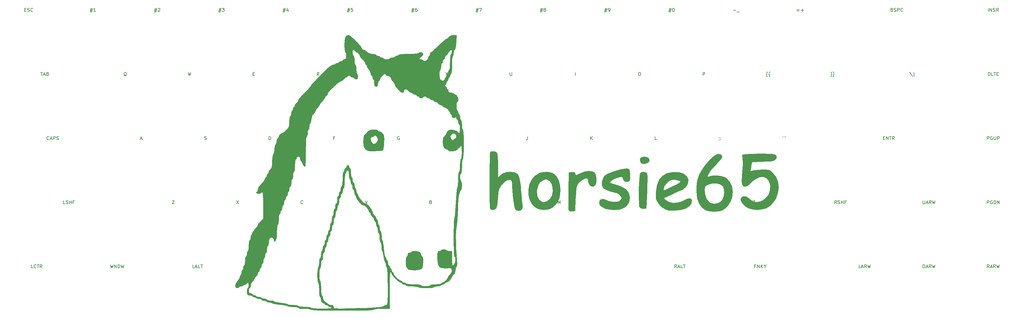
<source format=gbr>
G04 #@! TF.GenerationSoftware,KiCad,Pcbnew,(5.1.4)-1*
G04 #@! TF.CreationDate,2022-05-12T21:47:59-04:00*
G04 #@! TF.ProjectId,horsie-65,686f7273-6965-42d3-9635-2e6b69636164,rev?*
G04 #@! TF.SameCoordinates,Original*
G04 #@! TF.FileFunction,Legend,Top*
G04 #@! TF.FilePolarity,Positive*
%FSLAX46Y46*%
G04 Gerber Fmt 4.6, Leading zero omitted, Abs format (unit mm)*
G04 Created by KiCad (PCBNEW (5.1.4)-1) date 2022-05-12 21:47:59*
%MOMM*%
%LPD*%
G04 APERTURE LIST*
%ADD10C,0.010000*%
%ADD11C,0.150000*%
G04 APERTURE END LIST*
D10*
G36*
X170407102Y-132725961D02*
G01*
X170841216Y-132859496D01*
X170898553Y-132940592D01*
X171117427Y-133172116D01*
X171335086Y-133207960D01*
X171816232Y-133396768D01*
X172295138Y-133809539D01*
X172567037Y-134208236D01*
X172712185Y-134713916D01*
X172754621Y-135474395D01*
X172726535Y-136461960D01*
X172655278Y-137470282D01*
X172550792Y-138267621D01*
X172433576Y-138705481D01*
X172412776Y-138734591D01*
X172057814Y-138845425D01*
X171310897Y-138943555D01*
X170314786Y-139011840D01*
X170007477Y-139023375D01*
X168908316Y-139044062D01*
X168202007Y-139003766D01*
X167747564Y-138872518D01*
X167404001Y-138620353D01*
X167222237Y-138431350D01*
X166862293Y-137919279D01*
X166678403Y-137276018D01*
X166621331Y-136314823D01*
X166620658Y-136149655D01*
X166640644Y-135470904D01*
X168744819Y-135470904D01*
X168846259Y-136051664D01*
X169139472Y-136584325D01*
X169585756Y-136907115D01*
X169781335Y-136940948D01*
X170251610Y-136775278D01*
X170516598Y-136569163D01*
X170835481Y-135991746D01*
X170898553Y-135614276D01*
X170778439Y-135101461D01*
X170497400Y-134640244D01*
X170174391Y-134365053D01*
X169928368Y-134410313D01*
X169895125Y-134480348D01*
X169570590Y-134757731D01*
X169272062Y-134812171D01*
X168873853Y-135003816D01*
X168744819Y-135470904D01*
X166640644Y-135470904D01*
X166648457Y-135205579D01*
X166782904Y-134584760D01*
X167100574Y-134076565D01*
X167547535Y-133600101D01*
X168227785Y-133007583D01*
X168861376Y-132736670D01*
X169686483Y-132673224D01*
X170407102Y-132725961D01*
X170407102Y-132725961D01*
G37*
X170407102Y-132725961D02*
X170841216Y-132859496D01*
X170898553Y-132940592D01*
X171117427Y-133172116D01*
X171335086Y-133207960D01*
X171816232Y-133396768D01*
X172295138Y-133809539D01*
X172567037Y-134208236D01*
X172712185Y-134713916D01*
X172754621Y-135474395D01*
X172726535Y-136461960D01*
X172655278Y-137470282D01*
X172550792Y-138267621D01*
X172433576Y-138705481D01*
X172412776Y-138734591D01*
X172057814Y-138845425D01*
X171310897Y-138943555D01*
X170314786Y-139011840D01*
X170007477Y-139023375D01*
X168908316Y-139044062D01*
X168202007Y-139003766D01*
X167747564Y-138872518D01*
X167404001Y-138620353D01*
X167222237Y-138431350D01*
X166862293Y-137919279D01*
X166678403Y-137276018D01*
X166621331Y-136314823D01*
X166620658Y-136149655D01*
X166640644Y-135470904D01*
X168744819Y-135470904D01*
X168846259Y-136051664D01*
X169139472Y-136584325D01*
X169585756Y-136907115D01*
X169781335Y-136940948D01*
X170251610Y-136775278D01*
X170516598Y-136569163D01*
X170835481Y-135991746D01*
X170898553Y-135614276D01*
X170778439Y-135101461D01*
X170497400Y-134640244D01*
X170174391Y-134365053D01*
X169928368Y-134410313D01*
X169895125Y-134480348D01*
X169570590Y-134757731D01*
X169272062Y-134812171D01*
X168873853Y-135003816D01*
X168744819Y-135470904D01*
X166640644Y-135470904D01*
X166648457Y-135205579D01*
X166782904Y-134584760D01*
X167100574Y-134076565D01*
X167547535Y-133600101D01*
X168227785Y-133007583D01*
X168861376Y-132736670D01*
X169686483Y-132673224D01*
X170407102Y-132725961D01*
G36*
X182282740Y-168807028D02*
G01*
X182939596Y-168939395D01*
X183350282Y-169149915D01*
X183672666Y-169667826D01*
X183732237Y-169952021D01*
X183870865Y-170319915D01*
X183999605Y-170372171D01*
X184170252Y-170608745D01*
X184258424Y-171209742D01*
X184269273Y-172012080D01*
X184207948Y-172852673D01*
X184079599Y-173568436D01*
X183889377Y-173996285D01*
X183885019Y-174000742D01*
X183425760Y-174219941D01*
X182671912Y-174355779D01*
X181776034Y-174408957D01*
X180890685Y-174380173D01*
X180168423Y-174270128D01*
X179761806Y-174079521D01*
X179721711Y-173981645D01*
X179577339Y-173625839D01*
X179454342Y-173580592D01*
X179311926Y-173337057D01*
X179215374Y-172700858D01*
X179186974Y-171976381D01*
X179227563Y-171121887D01*
X179333596Y-170542570D01*
X179454342Y-170372171D01*
X179671575Y-170148237D01*
X179721711Y-169837434D01*
X179910769Y-169390579D01*
X180256448Y-169302697D01*
X180690912Y-169190730D01*
X180791184Y-169035329D01*
X181019818Y-168846545D01*
X181579909Y-168773261D01*
X182282740Y-168807028D01*
X182282740Y-168807028D01*
G37*
X182282740Y-168807028D02*
X182939596Y-168939395D01*
X183350282Y-169149915D01*
X183672666Y-169667826D01*
X183732237Y-169952021D01*
X183870865Y-170319915D01*
X183999605Y-170372171D01*
X184170252Y-170608745D01*
X184258424Y-171209742D01*
X184269273Y-172012080D01*
X184207948Y-172852673D01*
X184079599Y-173568436D01*
X183889377Y-173996285D01*
X183885019Y-174000742D01*
X183425760Y-174219941D01*
X182671912Y-174355779D01*
X181776034Y-174408957D01*
X180890685Y-174380173D01*
X180168423Y-174270128D01*
X179761806Y-174079521D01*
X179721711Y-173981645D01*
X179577339Y-173625839D01*
X179454342Y-173580592D01*
X179311926Y-173337057D01*
X179215374Y-172700858D01*
X179186974Y-171976381D01*
X179227563Y-171121887D01*
X179333596Y-170542570D01*
X179454342Y-170372171D01*
X179671575Y-170148237D01*
X179721711Y-169837434D01*
X179910769Y-169390579D01*
X180256448Y-169302697D01*
X180690912Y-169190730D01*
X180791184Y-169035329D01*
X181019818Y-168846545D01*
X181579909Y-168773261D01*
X182282740Y-168807028D01*
G36*
X250726966Y-140935028D02*
G01*
X251210008Y-141289104D01*
X251214318Y-141295855D01*
X251357161Y-141906667D01*
X251035791Y-142411887D01*
X250320261Y-142728333D01*
X249963172Y-142781479D01*
X249234701Y-142759760D01*
X248818954Y-142485062D01*
X248710843Y-142313584D01*
X248538586Y-141582810D01*
X248821842Y-141033457D01*
X249489415Y-140754643D01*
X249963172Y-140746021D01*
X250726966Y-140935028D01*
X250726966Y-140935028D01*
G37*
X250726966Y-140935028D02*
X251210008Y-141289104D01*
X251214318Y-141295855D01*
X251357161Y-141906667D01*
X251035791Y-142411887D01*
X250320261Y-142728333D01*
X249963172Y-142781479D01*
X249234701Y-142759760D01*
X248818954Y-142485062D01*
X248710843Y-142313584D01*
X248538586Y-141582810D01*
X248821842Y-141033457D01*
X249489415Y-140754643D01*
X249963172Y-140746021D01*
X250726966Y-140935028D01*
G36*
X250232556Y-145374627D02*
G01*
X250543211Y-145603081D01*
X250653081Y-145931956D01*
X250715900Y-146625515D01*
X250732471Y-147727315D01*
X250703593Y-149280913D01*
X250642791Y-151017292D01*
X250440658Y-156067960D01*
X249589475Y-156150418D01*
X248901134Y-156109771D01*
X248486167Y-155751220D01*
X248414267Y-155627430D01*
X248320237Y-155173161D01*
X248257584Y-154297662D01*
X248224457Y-153113407D01*
X248219009Y-151732870D01*
X248239388Y-150268524D01*
X248283746Y-148832842D01*
X248350233Y-147538300D01*
X248436999Y-146497370D01*
X248542194Y-145822526D01*
X248577397Y-145707434D01*
X248961316Y-145357917D01*
X249592744Y-145242750D01*
X250232556Y-145374627D01*
X250232556Y-145374627D01*
G37*
X250232556Y-145374627D02*
X250543211Y-145603081D01*
X250653081Y-145931956D01*
X250715900Y-146625515D01*
X250732471Y-147727315D01*
X250703593Y-149280913D01*
X250642791Y-151017292D01*
X250440658Y-156067960D01*
X249589475Y-156150418D01*
X248901134Y-156109771D01*
X248486167Y-155751220D01*
X248414267Y-155627430D01*
X248320237Y-155173161D01*
X248257584Y-154297662D01*
X248224457Y-153113407D01*
X248219009Y-151732870D01*
X248239388Y-150268524D01*
X248283746Y-148832842D01*
X248350233Y-147538300D01*
X248436999Y-146497370D01*
X248542194Y-145822526D01*
X248577397Y-145707434D01*
X248961316Y-145357917D01*
X249592744Y-145242750D01*
X250232556Y-145374627D01*
G36*
X285163808Y-139844430D02*
G01*
X286464261Y-139875963D01*
X287552189Y-139937547D01*
X288320909Y-140030198D01*
X288646374Y-140136328D01*
X289035602Y-140667511D01*
X288907774Y-141224063D01*
X288558724Y-141613716D01*
X288222417Y-141827359D01*
X287702104Y-141975801D01*
X286897720Y-142074146D01*
X285709197Y-142137501D01*
X284933651Y-142160930D01*
X283704765Y-142199969D01*
X282688552Y-142246550D01*
X281994198Y-142294688D01*
X281732174Y-142336367D01*
X281642354Y-142633789D01*
X281516853Y-143285509D01*
X281444343Y-143740207D01*
X281249587Y-145048243D01*
X282020912Y-144809680D01*
X282666811Y-144692510D01*
X283645239Y-144607396D01*
X284754201Y-144571371D01*
X284849969Y-144571118D01*
X285906975Y-144584195D01*
X286596464Y-144657825D01*
X287085584Y-144843607D01*
X287541480Y-145193139D01*
X287868694Y-145503011D01*
X288845357Y-146797219D01*
X289409108Y-148305947D01*
X289579476Y-149929171D01*
X289375990Y-151566867D01*
X288818179Y-153119010D01*
X287925573Y-154485578D01*
X286717700Y-155566544D01*
X285808719Y-156053777D01*
X284629202Y-156361752D01*
X283233184Y-156455916D01*
X281842291Y-156341531D01*
X280678147Y-156023859D01*
X280474283Y-155927112D01*
X279666531Y-155364852D01*
X278963122Y-154643293D01*
X278496216Y-153917333D01*
X278380658Y-153473318D01*
X278591362Y-152867989D01*
X279117196Y-152539877D01*
X279798743Y-152519728D01*
X280476586Y-152838286D01*
X280678693Y-153030125D01*
X281691544Y-153841394D01*
X282796010Y-154193313D01*
X283916789Y-154134550D01*
X284978577Y-153713771D01*
X285906072Y-152979645D01*
X286623973Y-151980840D01*
X287056977Y-150766023D01*
X287129781Y-149383861D01*
X287062822Y-148904081D01*
X286644585Y-147752947D01*
X285941708Y-147013128D01*
X285019674Y-146691763D01*
X283943968Y-146795994D01*
X282780072Y-147332960D01*
X281595328Y-148307909D01*
X280720078Y-149092769D01*
X280015287Y-149466630D01*
X279666926Y-149517434D01*
X279228734Y-149451025D01*
X278930516Y-149205252D01*
X278760341Y-148710297D01*
X278706277Y-147896342D01*
X278756391Y-146693570D01*
X278898751Y-145032161D01*
X278899341Y-145026051D01*
X279031426Y-143327884D01*
X279059494Y-142072003D01*
X278983061Y-141295124D01*
X278950052Y-141186484D01*
X278819108Y-140585724D01*
X278872215Y-140229406D01*
X279207511Y-140101969D01*
X279970370Y-139998487D01*
X281054111Y-139919976D01*
X282352052Y-139867452D01*
X283757511Y-139841932D01*
X285163808Y-139844430D01*
X285163808Y-139844430D01*
G37*
X285163808Y-139844430D02*
X286464261Y-139875963D01*
X287552189Y-139937547D01*
X288320909Y-140030198D01*
X288646374Y-140136328D01*
X289035602Y-140667511D01*
X288907774Y-141224063D01*
X288558724Y-141613716D01*
X288222417Y-141827359D01*
X287702104Y-141975801D01*
X286897720Y-142074146D01*
X285709197Y-142137501D01*
X284933651Y-142160930D01*
X283704765Y-142199969D01*
X282688552Y-142246550D01*
X281994198Y-142294688D01*
X281732174Y-142336367D01*
X281642354Y-142633789D01*
X281516853Y-143285509D01*
X281444343Y-143740207D01*
X281249587Y-145048243D01*
X282020912Y-144809680D01*
X282666811Y-144692510D01*
X283645239Y-144607396D01*
X284754201Y-144571371D01*
X284849969Y-144571118D01*
X285906975Y-144584195D01*
X286596464Y-144657825D01*
X287085584Y-144843607D01*
X287541480Y-145193139D01*
X287868694Y-145503011D01*
X288845357Y-146797219D01*
X289409108Y-148305947D01*
X289579476Y-149929171D01*
X289375990Y-151566867D01*
X288818179Y-153119010D01*
X287925573Y-154485578D01*
X286717700Y-155566544D01*
X285808719Y-156053777D01*
X284629202Y-156361752D01*
X283233184Y-156455916D01*
X281842291Y-156341531D01*
X280678147Y-156023859D01*
X280474283Y-155927112D01*
X279666531Y-155364852D01*
X278963122Y-154643293D01*
X278496216Y-153917333D01*
X278380658Y-153473318D01*
X278591362Y-152867989D01*
X279117196Y-152539877D01*
X279798743Y-152519728D01*
X280476586Y-152838286D01*
X280678693Y-153030125D01*
X281691544Y-153841394D01*
X282796010Y-154193313D01*
X283916789Y-154134550D01*
X284978577Y-153713771D01*
X285906072Y-152979645D01*
X286623973Y-151980840D01*
X287056977Y-150766023D01*
X287129781Y-149383861D01*
X287062822Y-148904081D01*
X286644585Y-147752947D01*
X285941708Y-147013128D01*
X285019674Y-146691763D01*
X283943968Y-146795994D01*
X282780072Y-147332960D01*
X281595328Y-148307909D01*
X280720078Y-149092769D01*
X280015287Y-149466630D01*
X279666926Y-149517434D01*
X279228734Y-149451025D01*
X278930516Y-149205252D01*
X278760341Y-148710297D01*
X278706277Y-147896342D01*
X278756391Y-146693570D01*
X278898751Y-145032161D01*
X278899341Y-145026051D01*
X279031426Y-143327884D01*
X279059494Y-142072003D01*
X278983061Y-141295124D01*
X278950052Y-141186484D01*
X278819108Y-140585724D01*
X278872215Y-140229406D01*
X279207511Y-140101969D01*
X279970370Y-139998487D01*
X281054111Y-139919976D01*
X282352052Y-139867452D01*
X283757511Y-139841932D01*
X285163808Y-139844430D01*
G36*
X245258871Y-144401066D02*
G01*
X245428102Y-144637960D01*
X245533683Y-145161697D01*
X245604034Y-145995520D01*
X245620237Y-146576381D01*
X245611352Y-147418316D01*
X245521325Y-147864735D01*
X245272357Y-148054847D01*
X244786651Y-148127863D01*
X244751279Y-148131272D01*
X244116649Y-148122377D01*
X243774390Y-147836102D01*
X243588808Y-147396009D01*
X243386085Y-146878919D01*
X243148212Y-146644000D01*
X242731186Y-146659351D01*
X241991005Y-146893067D01*
X241731231Y-146984474D01*
X240823812Y-147380910D01*
X240090434Y-147838807D01*
X239666298Y-148265922D01*
X239612237Y-148430180D01*
X239850649Y-148573018D01*
X240479045Y-148794273D01*
X241367164Y-149048709D01*
X241471521Y-149075854D01*
X243159063Y-149658653D01*
X244366625Y-150430079D01*
X245125590Y-151422395D01*
X245467341Y-152667862D01*
X245494342Y-153211258D01*
X245243254Y-154407123D01*
X244534821Y-155404160D01*
X243452775Y-156100360D01*
X242366855Y-156372161D01*
X240999952Y-156462794D01*
X239571983Y-156378294D01*
X238302863Y-156124696D01*
X237816935Y-155945701D01*
X236929242Y-155397871D01*
X236521338Y-154761403D01*
X236517079Y-154744943D01*
X236511046Y-153959101D01*
X236883330Y-153458406D01*
X237532663Y-153291492D01*
X238357774Y-153506990D01*
X238695574Y-153698763D01*
X239412130Y-153979401D01*
X240377332Y-154129709D01*
X241388256Y-154143455D01*
X242241980Y-154014410D01*
X242656778Y-153820389D01*
X243016015Y-153305829D01*
X243088026Y-152979891D01*
X242880275Y-152496969D01*
X242384838Y-151953955D01*
X241793443Y-151527627D01*
X241362602Y-151389013D01*
X240671402Y-151280681D01*
X239750851Y-151006335D01*
X238805375Y-150641951D01*
X238039400Y-150263503D01*
X237725925Y-150037438D01*
X237296412Y-149255816D01*
X237252020Y-148258473D01*
X237588807Y-147196530D01*
X237809937Y-146816447D01*
X238173935Y-146358367D01*
X238648266Y-145988394D01*
X239352356Y-145639774D01*
X240405636Y-145245751D01*
X240951516Y-145060462D01*
X242633490Y-144542155D01*
X243882783Y-144262248D01*
X244743281Y-144216599D01*
X245258871Y-144401066D01*
X245258871Y-144401066D01*
G37*
X245258871Y-144401066D02*
X245428102Y-144637960D01*
X245533683Y-145161697D01*
X245604034Y-145995520D01*
X245620237Y-146576381D01*
X245611352Y-147418316D01*
X245521325Y-147864735D01*
X245272357Y-148054847D01*
X244786651Y-148127863D01*
X244751279Y-148131272D01*
X244116649Y-148122377D01*
X243774390Y-147836102D01*
X243588808Y-147396009D01*
X243386085Y-146878919D01*
X243148212Y-146644000D01*
X242731186Y-146659351D01*
X241991005Y-146893067D01*
X241731231Y-146984474D01*
X240823812Y-147380910D01*
X240090434Y-147838807D01*
X239666298Y-148265922D01*
X239612237Y-148430180D01*
X239850649Y-148573018D01*
X240479045Y-148794273D01*
X241367164Y-149048709D01*
X241471521Y-149075854D01*
X243159063Y-149658653D01*
X244366625Y-150430079D01*
X245125590Y-151422395D01*
X245467341Y-152667862D01*
X245494342Y-153211258D01*
X245243254Y-154407123D01*
X244534821Y-155404160D01*
X243452775Y-156100360D01*
X242366855Y-156372161D01*
X240999952Y-156462794D01*
X239571983Y-156378294D01*
X238302863Y-156124696D01*
X237816935Y-155945701D01*
X236929242Y-155397871D01*
X236521338Y-154761403D01*
X236517079Y-154744943D01*
X236511046Y-153959101D01*
X236883330Y-153458406D01*
X237532663Y-153291492D01*
X238357774Y-153506990D01*
X238695574Y-153698763D01*
X239412130Y-153979401D01*
X240377332Y-154129709D01*
X241388256Y-154143455D01*
X242241980Y-154014410D01*
X242656778Y-153820389D01*
X243016015Y-153305829D01*
X243088026Y-152979891D01*
X242880275Y-152496969D01*
X242384838Y-151953955D01*
X241793443Y-151527627D01*
X241362602Y-151389013D01*
X240671402Y-151280681D01*
X239750851Y-151006335D01*
X238805375Y-150641951D01*
X238039400Y-150263503D01*
X237725925Y-150037438D01*
X237296412Y-149255816D01*
X237252020Y-148258473D01*
X237588807Y-147196530D01*
X237809937Y-146816447D01*
X238173935Y-146358367D01*
X238648266Y-145988394D01*
X239352356Y-145639774D01*
X240405636Y-145245751D01*
X240951516Y-145060462D01*
X242633490Y-144542155D01*
X243882783Y-144262248D01*
X244743281Y-144216599D01*
X245258871Y-144401066D01*
G36*
X222356555Y-145490902D02*
G01*
X222932055Y-145749150D01*
X223856804Y-146614757D01*
X224516803Y-147882919D01*
X224878399Y-149473970D01*
X224938098Y-150497878D01*
X224862495Y-152010230D01*
X224587208Y-153198355D01*
X224055997Y-154253166D01*
X223671650Y-154797056D01*
X222704300Y-155756211D01*
X221535471Y-156296040D01*
X220050518Y-156468937D01*
X220013475Y-156469013D01*
X218834305Y-156366131D01*
X217915362Y-156015602D01*
X217660724Y-155857086D01*
X216582250Y-154832005D01*
X215868063Y-153528219D01*
X215507904Y-152048677D01*
X215499562Y-151258508D01*
X217955395Y-151258508D01*
X218144717Y-152616343D01*
X218709690Y-153598920D01*
X219645828Y-154199650D01*
X220036088Y-154313118D01*
X220305940Y-154231562D01*
X220880140Y-154008138D01*
X221048342Y-153938635D01*
X221911116Y-153306534D01*
X222509504Y-152313159D01*
X222763092Y-151099327D01*
X222766535Y-150929706D01*
X222628246Y-149732628D01*
X222262497Y-148663260D01*
X221735730Y-147895129D01*
X221546264Y-147742762D01*
X221033663Y-147478973D01*
X220536216Y-147477771D01*
X219919858Y-147678449D01*
X218942849Y-148324019D01*
X218284785Y-149364827D01*
X217975697Y-150746140D01*
X217955395Y-151258508D01*
X215499562Y-151258508D01*
X215491515Y-150496328D01*
X215808636Y-148974121D01*
X216449009Y-147585005D01*
X217402375Y-146431928D01*
X218658475Y-145617838D01*
X218682071Y-145607663D01*
X219856239Y-145302483D01*
X221158040Y-145266125D01*
X222356555Y-145490902D01*
X222356555Y-145490902D01*
G37*
X222356555Y-145490902D02*
X222932055Y-145749150D01*
X223856804Y-146614757D01*
X224516803Y-147882919D01*
X224878399Y-149473970D01*
X224938098Y-150497878D01*
X224862495Y-152010230D01*
X224587208Y-153198355D01*
X224055997Y-154253166D01*
X223671650Y-154797056D01*
X222704300Y-155756211D01*
X221535471Y-156296040D01*
X220050518Y-156468937D01*
X220013475Y-156469013D01*
X218834305Y-156366131D01*
X217915362Y-156015602D01*
X217660724Y-155857086D01*
X216582250Y-154832005D01*
X215868063Y-153528219D01*
X215507904Y-152048677D01*
X215499562Y-151258508D01*
X217955395Y-151258508D01*
X218144717Y-152616343D01*
X218709690Y-153598920D01*
X219645828Y-154199650D01*
X220036088Y-154313118D01*
X220305940Y-154231562D01*
X220880140Y-154008138D01*
X221048342Y-153938635D01*
X221911116Y-153306534D01*
X222509504Y-152313159D01*
X222763092Y-151099327D01*
X222766535Y-150929706D01*
X222628246Y-149732628D01*
X222262497Y-148663260D01*
X221735730Y-147895129D01*
X221546264Y-147742762D01*
X221033663Y-147478973D01*
X220536216Y-147477771D01*
X219919858Y-147678449D01*
X218942849Y-148324019D01*
X218284785Y-149364827D01*
X217975697Y-150746140D01*
X217955395Y-151258508D01*
X215499562Y-151258508D01*
X215491515Y-150496328D01*
X215808636Y-148974121D01*
X216449009Y-147585005D01*
X217402375Y-146431928D01*
X218658475Y-145617838D01*
X218682071Y-145607663D01*
X219856239Y-145302483D01*
X221158040Y-145266125D01*
X222356555Y-145490902D01*
G36*
X259972731Y-145332569D02*
G01*
X261330282Y-145716347D01*
X262281429Y-146433091D01*
X262334372Y-146498109D01*
X262822735Y-147479562D01*
X262810378Y-148480641D01*
X262325003Y-149439056D01*
X261394316Y-150292516D01*
X260406703Y-150832409D01*
X259570249Y-151202325D01*
X258485227Y-151687906D01*
X257410346Y-152173249D01*
X255556877Y-153014589D01*
X256099985Y-153557697D01*
X257051090Y-154159800D01*
X258277423Y-154440131D01*
X259626046Y-154397255D01*
X260944019Y-154029736D01*
X261720117Y-153610462D01*
X262616079Y-153151851D01*
X263329577Y-153078175D01*
X263782779Y-153385697D01*
X263892710Y-153714695D01*
X263778092Y-154634821D01*
X263184515Y-155416547D01*
X262155914Y-156033396D01*
X260736220Y-156458894D01*
X258996448Y-156665276D01*
X257812055Y-156695945D01*
X256970627Y-156631879D01*
X256284654Y-156445729D01*
X255713996Y-156186563D01*
X254517155Y-155281644D01*
X253875711Y-154418358D01*
X253519835Y-153751639D01*
X253324912Y-153153247D01*
X253258178Y-152436174D01*
X253286866Y-151413413D01*
X253301885Y-151143364D01*
X253375096Y-150655477D01*
X255461947Y-150655477D01*
X255644578Y-150706993D01*
X256097816Y-150570775D01*
X256881443Y-150226708D01*
X258055241Y-149654675D01*
X258549112Y-149407058D01*
X259458550Y-148927418D01*
X260172011Y-148510766D01*
X260560387Y-148233521D01*
X260588832Y-148199727D01*
X260481608Y-147974094D01*
X260003181Y-147753152D01*
X259315861Y-147577763D01*
X258581959Y-147488791D01*
X257963782Y-147527099D01*
X257939875Y-147532824D01*
X257415797Y-147806816D01*
X256777583Y-148321717D01*
X256174754Y-148931025D01*
X255756830Y-149488235D01*
X255654342Y-149772239D01*
X255566511Y-150210042D01*
X255490139Y-150436342D01*
X255461947Y-150655477D01*
X253375096Y-150655477D01*
X253600671Y-149152225D01*
X254240506Y-147566472D01*
X255217319Y-146390948D01*
X256527041Y-145630497D01*
X258165602Y-145289963D01*
X258223363Y-145286058D01*
X259972731Y-145332569D01*
X259972731Y-145332569D01*
G37*
X259972731Y-145332569D02*
X261330282Y-145716347D01*
X262281429Y-146433091D01*
X262334372Y-146498109D01*
X262822735Y-147479562D01*
X262810378Y-148480641D01*
X262325003Y-149439056D01*
X261394316Y-150292516D01*
X260406703Y-150832409D01*
X259570249Y-151202325D01*
X258485227Y-151687906D01*
X257410346Y-152173249D01*
X255556877Y-153014589D01*
X256099985Y-153557697D01*
X257051090Y-154159800D01*
X258277423Y-154440131D01*
X259626046Y-154397255D01*
X260944019Y-154029736D01*
X261720117Y-153610462D01*
X262616079Y-153151851D01*
X263329577Y-153078175D01*
X263782779Y-153385697D01*
X263892710Y-153714695D01*
X263778092Y-154634821D01*
X263184515Y-155416547D01*
X262155914Y-156033396D01*
X260736220Y-156458894D01*
X258996448Y-156665276D01*
X257812055Y-156695945D01*
X256970627Y-156631879D01*
X256284654Y-156445729D01*
X255713996Y-156186563D01*
X254517155Y-155281644D01*
X253875711Y-154418358D01*
X253519835Y-153751639D01*
X253324912Y-153153247D01*
X253258178Y-152436174D01*
X253286866Y-151413413D01*
X253301885Y-151143364D01*
X253375096Y-150655477D01*
X255461947Y-150655477D01*
X255644578Y-150706993D01*
X256097816Y-150570775D01*
X256881443Y-150226708D01*
X258055241Y-149654675D01*
X258549112Y-149407058D01*
X259458550Y-148927418D01*
X260172011Y-148510766D01*
X260560387Y-148233521D01*
X260588832Y-148199727D01*
X260481608Y-147974094D01*
X260003181Y-147753152D01*
X259315861Y-147577763D01*
X258581959Y-147488791D01*
X257963782Y-147527099D01*
X257939875Y-147532824D01*
X257415797Y-147806816D01*
X256777583Y-148321717D01*
X256174754Y-148931025D01*
X255756830Y-149488235D01*
X255654342Y-149772239D01*
X255566511Y-150210042D01*
X255490139Y-150436342D01*
X255461947Y-150655477D01*
X253375096Y-150655477D01*
X253600671Y-149152225D01*
X254240506Y-147566472D01*
X255217319Y-146390948D01*
X256527041Y-145630497D01*
X258165602Y-145289963D01*
X258223363Y-145286058D01*
X259972731Y-145332569D01*
G36*
X205865834Y-139310622D02*
G01*
X206181777Y-139607225D01*
X206287367Y-140063584D01*
X206374388Y-140933003D01*
X206434265Y-142093898D01*
X206458420Y-143424687D01*
X206458553Y-143530673D01*
X206458553Y-146936962D01*
X207060132Y-146389030D01*
X208031654Y-145669861D01*
X209058375Y-145317704D01*
X210124642Y-145239539D01*
X211100818Y-145306640D01*
X211840875Y-145551170D01*
X212382989Y-146037973D01*
X212765333Y-146831891D01*
X213026083Y-147997767D01*
X213203413Y-149600444D01*
X213272792Y-150586908D01*
X213369523Y-151909416D01*
X213487120Y-153170126D01*
X213607389Y-154186254D01*
X213671606Y-154593691D01*
X213764091Y-155515492D01*
X213678543Y-156185881D01*
X213643731Y-156264743D01*
X213183691Y-156635203D01*
X212510834Y-156732729D01*
X211871938Y-156557727D01*
X211570488Y-156261317D01*
X211374996Y-155664551D01*
X211178215Y-154673066D01*
X210998168Y-153426529D01*
X210852878Y-152064609D01*
X210760370Y-150726974D01*
X210736448Y-149798194D01*
X210682063Y-148579675D01*
X210490508Y-147837304D01*
X210119175Y-147520922D01*
X209525461Y-147580367D01*
X209026000Y-147784435D01*
X208237226Y-148350262D01*
X207473444Y-149218079D01*
X207299856Y-149475378D01*
X206909672Y-150154516D01*
X206661686Y-150801324D01*
X206514983Y-151584652D01*
X206428646Y-152673353D01*
X206404578Y-153169964D01*
X206308972Y-154466730D01*
X206158898Y-155446178D01*
X205970674Y-156006566D01*
X205943556Y-156044175D01*
X205426758Y-156372415D01*
X204782138Y-156456168D01*
X204261305Y-156277897D01*
X204165199Y-156168115D01*
X204118943Y-155832485D01*
X204081081Y-155042651D01*
X204051474Y-153879081D01*
X204029987Y-152422239D01*
X204016483Y-150752592D01*
X204010825Y-148950606D01*
X204012876Y-147096746D01*
X204022500Y-145271478D01*
X204039560Y-143555268D01*
X204063918Y-142028583D01*
X204095439Y-140771887D01*
X204133985Y-139865647D01*
X204179421Y-139390329D01*
X204193789Y-139344703D01*
X204612426Y-139105229D01*
X205250386Y-139104514D01*
X205865834Y-139310622D01*
X205865834Y-139310622D01*
G37*
X205865834Y-139310622D02*
X206181777Y-139607225D01*
X206287367Y-140063584D01*
X206374388Y-140933003D01*
X206434265Y-142093898D01*
X206458420Y-143424687D01*
X206458553Y-143530673D01*
X206458553Y-146936962D01*
X207060132Y-146389030D01*
X208031654Y-145669861D01*
X209058375Y-145317704D01*
X210124642Y-145239539D01*
X211100818Y-145306640D01*
X211840875Y-145551170D01*
X212382989Y-146037973D01*
X212765333Y-146831891D01*
X213026083Y-147997767D01*
X213203413Y-149600444D01*
X213272792Y-150586908D01*
X213369523Y-151909416D01*
X213487120Y-153170126D01*
X213607389Y-154186254D01*
X213671606Y-154593691D01*
X213764091Y-155515492D01*
X213678543Y-156185881D01*
X213643731Y-156264743D01*
X213183691Y-156635203D01*
X212510834Y-156732729D01*
X211871938Y-156557727D01*
X211570488Y-156261317D01*
X211374996Y-155664551D01*
X211178215Y-154673066D01*
X210998168Y-153426529D01*
X210852878Y-152064609D01*
X210760370Y-150726974D01*
X210736448Y-149798194D01*
X210682063Y-148579675D01*
X210490508Y-147837304D01*
X210119175Y-147520922D01*
X209525461Y-147580367D01*
X209026000Y-147784435D01*
X208237226Y-148350262D01*
X207473444Y-149218079D01*
X207299856Y-149475378D01*
X206909672Y-150154516D01*
X206661686Y-150801324D01*
X206514983Y-151584652D01*
X206428646Y-152673353D01*
X206404578Y-153169964D01*
X206308972Y-154466730D01*
X206158898Y-155446178D01*
X205970674Y-156006566D01*
X205943556Y-156044175D01*
X205426758Y-156372415D01*
X204782138Y-156456168D01*
X204261305Y-156277897D01*
X204165199Y-156168115D01*
X204118943Y-155832485D01*
X204081081Y-155042651D01*
X204051474Y-153879081D01*
X204029987Y-152422239D01*
X204016483Y-150752592D01*
X204010825Y-148950606D01*
X204012876Y-147096746D01*
X204022500Y-145271478D01*
X204039560Y-143555268D01*
X204063918Y-142028583D01*
X204095439Y-140771887D01*
X204133985Y-139865647D01*
X204179421Y-139390329D01*
X204193789Y-139344703D01*
X204612426Y-139105229D01*
X205250386Y-139104514D01*
X205865834Y-139310622D01*
G36*
X272467612Y-140097668D02*
G01*
X272772402Y-140439018D01*
X272865854Y-140734202D01*
X272783415Y-141070495D01*
X272469190Y-141536400D01*
X271867283Y-142220417D01*
X271210415Y-142912176D01*
X270171943Y-144055522D01*
X269332725Y-145107344D01*
X268753681Y-145983267D01*
X268495726Y-146598915D01*
X268488026Y-146682880D01*
X268706772Y-146697035D01*
X269239875Y-146553423D01*
X269304338Y-146531365D01*
X270295170Y-146346419D01*
X271494607Y-146346800D01*
X272693895Y-146510970D01*
X273684278Y-146817392D01*
X274039514Y-147019892D01*
X275051331Y-148077953D01*
X275685482Y-149394095D01*
X275956695Y-150863120D01*
X275879695Y-152379830D01*
X275469211Y-153839027D01*
X274739968Y-155135513D01*
X273706693Y-156164090D01*
X272681673Y-156719372D01*
X271740804Y-156922044D01*
X270533202Y-156983636D01*
X269298870Y-156909120D01*
X268277813Y-156703470D01*
X268064297Y-156623709D01*
X266894884Y-155831139D01*
X266043133Y-154616000D01*
X265513510Y-152989144D01*
X265310483Y-150961423D01*
X265313916Y-150722047D01*
X267685921Y-150722047D01*
X267840396Y-152114135D01*
X268267387Y-153302250D01*
X268912247Y-154166234D01*
X269398085Y-154486682D01*
X270509963Y-154710363D01*
X271685131Y-154518572D01*
X272289329Y-154231705D01*
X272915611Y-153562554D01*
X273344887Y-152569958D01*
X273542404Y-151440002D01*
X273473413Y-150358765D01*
X273157185Y-149584595D01*
X272403232Y-148945700D01*
X271339810Y-148625940D01*
X270094792Y-148636757D01*
X268796053Y-148989597D01*
X268421184Y-149160770D01*
X267952712Y-149473539D01*
X267738702Y-149912254D01*
X267685994Y-150674738D01*
X267685921Y-150722047D01*
X265313916Y-150722047D01*
X265324724Y-149968541D01*
X265405960Y-148663606D01*
X265546658Y-147689138D01*
X265794136Y-146841003D01*
X266195709Y-145915070D01*
X266326815Y-145645293D01*
X266985325Y-144500579D01*
X267825885Y-143319065D01*
X268766361Y-142188349D01*
X269724621Y-141196028D01*
X270618531Y-140429701D01*
X271365958Y-139976964D01*
X271721031Y-139892171D01*
X272467612Y-140097668D01*
X272467612Y-140097668D01*
G37*
X272467612Y-140097668D02*
X272772402Y-140439018D01*
X272865854Y-140734202D01*
X272783415Y-141070495D01*
X272469190Y-141536400D01*
X271867283Y-142220417D01*
X271210415Y-142912176D01*
X270171943Y-144055522D01*
X269332725Y-145107344D01*
X268753681Y-145983267D01*
X268495726Y-146598915D01*
X268488026Y-146682880D01*
X268706772Y-146697035D01*
X269239875Y-146553423D01*
X269304338Y-146531365D01*
X270295170Y-146346419D01*
X271494607Y-146346800D01*
X272693895Y-146510970D01*
X273684278Y-146817392D01*
X274039514Y-147019892D01*
X275051331Y-148077953D01*
X275685482Y-149394095D01*
X275956695Y-150863120D01*
X275879695Y-152379830D01*
X275469211Y-153839027D01*
X274739968Y-155135513D01*
X273706693Y-156164090D01*
X272681673Y-156719372D01*
X271740804Y-156922044D01*
X270533202Y-156983636D01*
X269298870Y-156909120D01*
X268277813Y-156703470D01*
X268064297Y-156623709D01*
X266894884Y-155831139D01*
X266043133Y-154616000D01*
X265513510Y-152989144D01*
X265310483Y-150961423D01*
X265313916Y-150722047D01*
X267685921Y-150722047D01*
X267840396Y-152114135D01*
X268267387Y-153302250D01*
X268912247Y-154166234D01*
X269398085Y-154486682D01*
X270509963Y-154710363D01*
X271685131Y-154518572D01*
X272289329Y-154231705D01*
X272915611Y-153562554D01*
X273344887Y-152569958D01*
X273542404Y-151440002D01*
X273473413Y-150358765D01*
X273157185Y-149584595D01*
X272403232Y-148945700D01*
X271339810Y-148625940D01*
X270094792Y-148636757D01*
X268796053Y-148989597D01*
X268421184Y-149160770D01*
X267952712Y-149473539D01*
X267738702Y-149912254D01*
X267685994Y-150674738D01*
X267685921Y-150722047D01*
X265313916Y-150722047D01*
X265324724Y-149968541D01*
X265405960Y-148663606D01*
X265546658Y-147689138D01*
X265794136Y-146841003D01*
X266195709Y-145915070D01*
X266326815Y-145645293D01*
X266985325Y-144500579D01*
X267825885Y-143319065D01*
X268766361Y-142188349D01*
X269724621Y-141196028D01*
X270618531Y-140429701D01*
X271365958Y-139976964D01*
X271721031Y-139892171D01*
X272467612Y-140097668D01*
G36*
X234351361Y-145046410D02*
G01*
X235067219Y-145426116D01*
X235185497Y-145566399D01*
X235438145Y-146201524D01*
X235573493Y-147088518D01*
X235586241Y-148025559D01*
X235471086Y-148810823D01*
X235280869Y-149196592D01*
X234648780Y-149545088D01*
X234022481Y-149442071D01*
X233510999Y-148960706D01*
X233223360Y-148174155D01*
X233195395Y-147797117D01*
X233038471Y-147252665D01*
X232563993Y-147129662D01*
X231766398Y-147427601D01*
X231405185Y-147634090D01*
X230735011Y-148096060D01*
X230247580Y-148603350D01*
X229909724Y-149251288D01*
X229688276Y-150135199D01*
X229550068Y-151350411D01*
X229461931Y-152992252D01*
X229452237Y-153246991D01*
X229318553Y-156870066D01*
X228447767Y-156953985D01*
X227738508Y-156911176D01*
X227439410Y-156679397D01*
X227401190Y-156313099D01*
X227374153Y-155498305D01*
X227359259Y-154321158D01*
X227357467Y-152867802D01*
X227369739Y-151224380D01*
X227374406Y-150847057D01*
X227446974Y-145373224D01*
X228336128Y-145287934D01*
X228984282Y-145297589D01*
X229294777Y-145546270D01*
X229369943Y-145755829D01*
X229499355Y-146196075D01*
X229550263Y-146307894D01*
X229786598Y-146197298D01*
X230358630Y-145913252D01*
X230901234Y-145639473D01*
X232148101Y-145155140D01*
X233338232Y-144956768D01*
X234351361Y-145046410D01*
X234351361Y-145046410D01*
G37*
X234351361Y-145046410D02*
X235067219Y-145426116D01*
X235185497Y-145566399D01*
X235438145Y-146201524D01*
X235573493Y-147088518D01*
X235586241Y-148025559D01*
X235471086Y-148810823D01*
X235280869Y-149196592D01*
X234648780Y-149545088D01*
X234022481Y-149442071D01*
X233510999Y-148960706D01*
X233223360Y-148174155D01*
X233195395Y-147797117D01*
X233038471Y-147252665D01*
X232563993Y-147129662D01*
X231766398Y-147427601D01*
X231405185Y-147634090D01*
X230735011Y-148096060D01*
X230247580Y-148603350D01*
X229909724Y-149251288D01*
X229688276Y-150135199D01*
X229550068Y-151350411D01*
X229461931Y-152992252D01*
X229452237Y-153246991D01*
X229318553Y-156870066D01*
X228447767Y-156953985D01*
X227738508Y-156911176D01*
X227439410Y-156679397D01*
X227401190Y-156313099D01*
X227374153Y-155498305D01*
X227359259Y-154321158D01*
X227357467Y-152867802D01*
X227369739Y-151224380D01*
X227374406Y-150847057D01*
X227446974Y-145373224D01*
X228336128Y-145287934D01*
X228984282Y-145297589D01*
X229294777Y-145546270D01*
X229369943Y-145755829D01*
X229499355Y-146196075D01*
X229550263Y-146307894D01*
X229786598Y-146197298D01*
X230358630Y-145913252D01*
X230901234Y-145639473D01*
X232148101Y-145155140D01*
X233338232Y-144956768D01*
X234351361Y-145046410D01*
G36*
X194097732Y-106659428D02*
G01*
X193993866Y-107706698D01*
X193846032Y-108463338D01*
X193677743Y-108812850D01*
X193661518Y-108820656D01*
X193456673Y-109128916D01*
X193358879Y-109747995D01*
X193357500Y-109835504D01*
X193288828Y-110445125D01*
X193120477Y-110743123D01*
X193090132Y-110749013D01*
X192965925Y-111003208D01*
X192876126Y-111714435D01*
X192828439Y-112805655D01*
X192822763Y-113422697D01*
X192797344Y-114664760D01*
X192726221Y-115562750D01*
X192617099Y-116039629D01*
X192555395Y-116096381D01*
X192338162Y-116320316D01*
X192288026Y-116631118D01*
X192176059Y-117065583D01*
X192020658Y-117165855D01*
X191803426Y-117389789D01*
X191753290Y-117700592D01*
X191641323Y-118135057D01*
X191485921Y-118235329D01*
X191265633Y-118458255D01*
X191218553Y-118747785D01*
X191064415Y-119250877D01*
X190884342Y-119416206D01*
X190687718Y-119591794D01*
X190884342Y-119728136D01*
X191192193Y-120103532D01*
X191218553Y-120262873D01*
X191370261Y-120604138D01*
X191485921Y-120641645D01*
X191703154Y-120865579D01*
X191753290Y-121176381D01*
X191879339Y-121567792D01*
X192348341Y-121705602D01*
X192555395Y-121711118D01*
X193118579Y-121788563D01*
X193357439Y-121975160D01*
X193357500Y-121978487D01*
X193563453Y-122235039D01*
X193643966Y-122245855D01*
X194159892Y-122480545D01*
X194556287Y-123054758D01*
X194694342Y-123697284D01*
X194605139Y-124208816D01*
X194426974Y-124384803D01*
X194274455Y-124625266D01*
X194177649Y-125240094D01*
X194159605Y-125721645D01*
X194207698Y-126484237D01*
X194330664Y-126968271D01*
X194426974Y-127058487D01*
X194644206Y-127282421D01*
X194694342Y-127593224D01*
X194806309Y-128027688D01*
X194961711Y-128127960D01*
X195149439Y-128360295D01*
X195229059Y-128920086D01*
X195229079Y-128930066D01*
X195306524Y-129493250D01*
X195493121Y-129732109D01*
X195496448Y-129732171D01*
X195642868Y-129973914D01*
X195739982Y-130597511D01*
X195763816Y-131202697D01*
X195807769Y-132008008D01*
X195921151Y-132542139D01*
X196031184Y-132673224D01*
X196136578Y-132933656D01*
X196217652Y-133688108D01*
X196271966Y-134896307D01*
X196297078Y-136517983D01*
X196298553Y-137084803D01*
X196282769Y-138823799D01*
X196237045Y-140161520D01*
X196163820Y-141057693D01*
X196065537Y-141472048D01*
X196031184Y-141496381D01*
X195898777Y-141746538D01*
X195805732Y-142429495D01*
X195764707Y-143443983D01*
X195763816Y-143635329D01*
X195732546Y-144694588D01*
X195647177Y-145438951D01*
X195520366Y-145767147D01*
X195496448Y-145774276D01*
X195329021Y-146011472D01*
X195235897Y-146604017D01*
X195229079Y-146843750D01*
X195288378Y-147513457D01*
X195436514Y-147885952D01*
X195496448Y-147913224D01*
X195648966Y-148153687D01*
X195745773Y-148768515D01*
X195763816Y-149250066D01*
X195715723Y-150012658D01*
X195592758Y-150496692D01*
X195496448Y-150586908D01*
X195279215Y-150810842D01*
X195229079Y-151121645D01*
X195134079Y-151556361D01*
X195002581Y-151656381D01*
X194918315Y-151909238D01*
X194825990Y-152610225D01*
X194733377Y-153672974D01*
X194648247Y-155011112D01*
X194589906Y-156242676D01*
X194511264Y-157860970D01*
X194413435Y-159389100D01*
X194305916Y-160705752D01*
X194198207Y-161689613D01*
X194131362Y-162098980D01*
X194024614Y-162991100D01*
X193978997Y-164314628D01*
X193992613Y-165969963D01*
X194063565Y-167857503D01*
X194189956Y-169877648D01*
X194306066Y-171270478D01*
X194364854Y-172457383D01*
X194285516Y-173196504D01*
X194183719Y-173396057D01*
X193974697Y-173855991D01*
X193892237Y-174510831D01*
X193691858Y-175336258D01*
X193357500Y-175719539D01*
X192943015Y-176149325D01*
X192822763Y-176459138D01*
X192621085Y-176929954D01*
X192140096Y-177484440D01*
X191565864Y-177942892D01*
X191097022Y-178125855D01*
X190733485Y-178266518D01*
X190683816Y-178393224D01*
X190459882Y-178610456D01*
X190149079Y-178660592D01*
X189714614Y-178772559D01*
X189614342Y-178927960D01*
X189377146Y-179095387D01*
X188784601Y-179188511D01*
X188544869Y-179195329D01*
X187875161Y-179254628D01*
X187502666Y-179402764D01*
X187475395Y-179462697D01*
X187224052Y-179592905D01*
X186532771Y-179685112D01*
X185495670Y-179728246D01*
X185202763Y-179730066D01*
X184096001Y-179700496D01*
X183312241Y-179619169D01*
X182945602Y-179497157D01*
X182930132Y-179462697D01*
X182682837Y-179325544D01*
X182020040Y-179230772D01*
X181060369Y-179195329D01*
X181058553Y-179195329D01*
X180098478Y-179160001D01*
X179435076Y-179065316D01*
X179186975Y-178928220D01*
X179186974Y-178927960D01*
X178963040Y-178710728D01*
X178652237Y-178660592D01*
X178217772Y-178548625D01*
X178117500Y-178393224D01*
X177900457Y-178157166D01*
X177709411Y-178125855D01*
X177287839Y-177935685D01*
X176673385Y-177453410D01*
X175998403Y-176811385D01*
X175395247Y-176141964D01*
X174996271Y-175577501D01*
X174909079Y-175325523D01*
X174766879Y-174965225D01*
X174641711Y-174917434D01*
X174544314Y-175179626D01*
X174467499Y-175946180D01*
X174412731Y-177187062D01*
X174381474Y-178872241D01*
X174374342Y-180398487D01*
X174374342Y-185879539D01*
X172101711Y-185879539D01*
X170994948Y-185909109D01*
X170211188Y-185990436D01*
X169844549Y-186112448D01*
X169829079Y-186146908D01*
X169564162Y-186225828D01*
X168778911Y-186291543D01*
X167487576Y-186343648D01*
X165704405Y-186381734D01*
X163443649Y-186405395D01*
X160719558Y-186414223D01*
X160471184Y-186414276D01*
X157708988Y-186406707D01*
X155408935Y-186384271D01*
X153585277Y-186347376D01*
X152252261Y-186296428D01*
X151424138Y-186231835D01*
X151115158Y-186154004D01*
X151113290Y-186146908D01*
X150865995Y-186009754D01*
X150203198Y-185914982D01*
X149243527Y-185879539D01*
X149241711Y-185879539D01*
X148281636Y-185844212D01*
X147618233Y-185749526D01*
X147370132Y-185612430D01*
X147370132Y-185612171D01*
X147126597Y-185469755D01*
X146490397Y-185373202D01*
X145765921Y-185344803D01*
X144919859Y-185307956D01*
X144338570Y-185212184D01*
X144161711Y-185101436D01*
X143915223Y-184971004D01*
X143257395Y-184832123D01*
X142310680Y-184708106D01*
X141889079Y-184668759D01*
X140862824Y-184557705D01*
X140077630Y-184424064D01*
X139655939Y-184290736D01*
X139616448Y-184243705D01*
X139383982Y-184078142D01*
X138823923Y-184007977D01*
X138814342Y-184007960D01*
X138251158Y-183930515D01*
X138012299Y-183743918D01*
X138012237Y-183740592D01*
X137779902Y-183552864D01*
X137220111Y-183473244D01*
X137210132Y-183473224D01*
X136646947Y-183395779D01*
X136408088Y-183209182D01*
X136408026Y-183205855D01*
X136175692Y-183018127D01*
X135615900Y-182938507D01*
X135605921Y-182938487D01*
X135042737Y-182861042D01*
X134803878Y-182674445D01*
X134803816Y-182671118D01*
X134579882Y-182453886D01*
X134269079Y-182403750D01*
X133834614Y-182291783D01*
X133734342Y-182136381D01*
X133502008Y-181948653D01*
X132942216Y-181869034D01*
X132932237Y-181869013D01*
X132417921Y-181826780D01*
X132189285Y-181597920D01*
X132131397Y-181029187D01*
X132130132Y-180799539D01*
X132153806Y-180532171D01*
X132664869Y-180532171D01*
X132748902Y-181119287D01*
X133061569Y-181326001D01*
X133199605Y-181334276D01*
X133634070Y-181446243D01*
X133734342Y-181601645D01*
X133958276Y-181818877D01*
X134269079Y-181869013D01*
X134703544Y-181980980D01*
X134803816Y-182136381D01*
X135036151Y-182324110D01*
X135595942Y-182403729D01*
X135605921Y-182403750D01*
X136169105Y-182481195D01*
X136407965Y-182667792D01*
X136408026Y-182671118D01*
X136640361Y-182858846D01*
X137200153Y-182938466D01*
X137210132Y-182938487D01*
X137773316Y-183015932D01*
X138012175Y-183202529D01*
X138012237Y-183205855D01*
X138249433Y-183373282D01*
X138841978Y-183466406D01*
X139081711Y-183473224D01*
X139751487Y-183527476D01*
X140123955Y-183663001D01*
X140151184Y-183717780D01*
X140396249Y-183857540D01*
X141044596Y-184004742D01*
X141965949Y-184131291D01*
X142156448Y-184150245D01*
X143114093Y-184268819D01*
X143822918Y-184411526D01*
X144152660Y-184550835D01*
X144161711Y-184574110D01*
X144404600Y-184698555D01*
X145035923Y-184784054D01*
X145765921Y-184810066D01*
X146620416Y-184850655D01*
X147199733Y-184956688D01*
X147370132Y-185077434D01*
X147617426Y-185214588D01*
X148280223Y-185309359D01*
X149239895Y-185344802D01*
X149241711Y-185344803D01*
X150201786Y-185380130D01*
X150865188Y-185474816D01*
X151113289Y-185611911D01*
X151113290Y-185612171D01*
X151369585Y-185731138D01*
X152095424Y-185818688D01*
X153226237Y-185869205D01*
X154188026Y-185879539D01*
X155556147Y-185857253D01*
X156562968Y-185794136D01*
X157143919Y-185695805D01*
X157262763Y-185612171D01*
X157038829Y-185394938D01*
X156728026Y-185344803D01*
X156293562Y-185232835D01*
X156193290Y-185077434D01*
X155969355Y-184860202D01*
X155658553Y-184810066D01*
X155223972Y-184705569D01*
X155123816Y-184560715D01*
X154903150Y-184289188D01*
X154589079Y-184141645D01*
X154162469Y-183790334D01*
X154054342Y-183187838D01*
X153975261Y-182632490D01*
X153786974Y-182403750D01*
X153654566Y-182153593D01*
X153561521Y-181470636D01*
X153520497Y-180456148D01*
X153519605Y-180264803D01*
X153488336Y-179205543D01*
X153402966Y-178461180D01*
X153276155Y-178132985D01*
X153252237Y-178125855D01*
X153122030Y-177874513D01*
X153029823Y-177183231D01*
X152986689Y-176146131D01*
X152984869Y-175853224D01*
X152988440Y-175719539D01*
X153519605Y-175719539D01*
X153554933Y-176679614D01*
X153649618Y-177343017D01*
X153786714Y-177591118D01*
X153786974Y-177591118D01*
X153919381Y-177841275D01*
X154012427Y-178524232D01*
X154053451Y-179538720D01*
X154054342Y-179730066D01*
X154085612Y-180789325D01*
X154170981Y-181533688D01*
X154297792Y-181861884D01*
X154321711Y-181869013D01*
X154514976Y-182099915D01*
X154589079Y-182612094D01*
X154816287Y-183390991D01*
X155156576Y-183748410D01*
X155740359Y-184188752D01*
X156073268Y-184475855D01*
X156599391Y-184735212D01*
X157109981Y-184810066D01*
X157641085Y-184925686D01*
X157797328Y-185337293D01*
X157797500Y-185359538D01*
X157812703Y-185540850D01*
X157902924Y-185675149D01*
X158135081Y-185767313D01*
X158576092Y-185822218D01*
X159292876Y-185844742D01*
X160352350Y-185839764D01*
X161821432Y-185812160D01*
X163479079Y-185773673D01*
X165302870Y-185724143D01*
X167067391Y-185665138D01*
X168658480Y-185601308D01*
X169961973Y-185537303D01*
X170863708Y-185477772D01*
X170965395Y-185468756D01*
X171868664Y-185350826D01*
X172515986Y-185203246D01*
X172770006Y-185057535D01*
X172770132Y-185054620D01*
X172994268Y-184855857D01*
X173304869Y-184810066D01*
X173482692Y-184789793D01*
X173615994Y-184684137D01*
X173711180Y-184425842D01*
X173774655Y-183947652D01*
X173812824Y-183182309D01*
X173832093Y-182062557D01*
X173838867Y-180521141D01*
X173839605Y-179195329D01*
X173827112Y-177168353D01*
X173790555Y-175565434D01*
X173731317Y-174415630D01*
X173650783Y-173748001D01*
X173572237Y-173580592D01*
X173382473Y-173348778D01*
X173304869Y-172800767D01*
X173219499Y-172213193D01*
X173024638Y-171927533D01*
X172847800Y-171631879D01*
X172680607Y-170963945D01*
X172586180Y-170301042D01*
X172464853Y-169477052D01*
X172313457Y-168920545D01*
X172197989Y-168767960D01*
X172066794Y-168527438D01*
X171983533Y-167912477D01*
X171968026Y-167431118D01*
X171919934Y-166668526D01*
X171796968Y-166184492D01*
X171700658Y-166094276D01*
X171548140Y-165853812D01*
X171451333Y-165238985D01*
X171433290Y-164757434D01*
X171385197Y-163994842D01*
X171262231Y-163510808D01*
X171165921Y-163420592D01*
X170989199Y-163185554D01*
X170900862Y-162607612D01*
X170898553Y-162484803D01*
X170831399Y-161866274D01*
X170666273Y-161557095D01*
X170631184Y-161549013D01*
X170443456Y-161316678D01*
X170363836Y-160756887D01*
X170363816Y-160746908D01*
X170286371Y-160183723D01*
X170099774Y-159944864D01*
X170096448Y-159944803D01*
X169870881Y-159723705D01*
X169829079Y-159469090D01*
X169627351Y-158952168D01*
X169294342Y-158607960D01*
X168876721Y-158127494D01*
X168759605Y-157746831D01*
X168635340Y-157345495D01*
X168492237Y-157271118D01*
X168257008Y-157053731D01*
X168224869Y-156857913D01*
X168039138Y-156394806D01*
X167597157Y-155828674D01*
X167071740Y-155345801D01*
X166635700Y-155132467D01*
X166623899Y-155132171D01*
X166198517Y-154930814D01*
X165631892Y-154431091D01*
X165063882Y-153789525D01*
X164634350Y-153162640D01*
X164481711Y-152734767D01*
X164371390Y-152295487D01*
X164214342Y-152191118D01*
X164026614Y-151958784D01*
X163946994Y-151398992D01*
X163946974Y-151389013D01*
X163869529Y-150825829D01*
X163682932Y-150586969D01*
X163679605Y-150586908D01*
X163491877Y-150354573D01*
X163412258Y-149794782D01*
X163412237Y-149784803D01*
X163334792Y-149221618D01*
X163148195Y-148982759D01*
X163144869Y-148982697D01*
X162957140Y-148750363D01*
X162877521Y-148190571D01*
X162877500Y-148180592D01*
X162800055Y-147617408D01*
X162613458Y-147378548D01*
X162610132Y-147378487D01*
X162457613Y-147138023D01*
X162360807Y-146523195D01*
X162342763Y-146041645D01*
X162299829Y-145200954D01*
X162151180Y-144790348D01*
X161941711Y-144704803D01*
X161615095Y-144927706D01*
X161540658Y-145239539D01*
X161428691Y-145674004D01*
X161273290Y-145774276D01*
X161140882Y-146024433D01*
X161047837Y-146707390D01*
X161006812Y-147721878D01*
X161005921Y-147913224D01*
X160974652Y-148972483D01*
X160889282Y-149716846D01*
X160762471Y-150045041D01*
X160738553Y-150052171D01*
X160550825Y-150284506D01*
X160471205Y-150844297D01*
X160471184Y-150854276D01*
X160393739Y-151417460D01*
X160207142Y-151656320D01*
X160203816Y-151656381D01*
X160002829Y-151885190D01*
X159936448Y-152324803D01*
X159844924Y-152827271D01*
X159669079Y-152993224D01*
X159501652Y-153230420D01*
X159408528Y-153822965D01*
X159401711Y-154062697D01*
X159342412Y-154732404D01*
X159194275Y-155104900D01*
X159134342Y-155132171D01*
X158946614Y-155364506D01*
X158866994Y-155924297D01*
X158866974Y-155934276D01*
X158789529Y-156497460D01*
X158602932Y-156736320D01*
X158599605Y-156736381D01*
X158432179Y-156973577D01*
X158339055Y-157566123D01*
X158332237Y-157805855D01*
X158272938Y-158475562D01*
X158124802Y-158848058D01*
X158064869Y-158875329D01*
X157897442Y-159112525D01*
X157804318Y-159705070D01*
X157797500Y-159944803D01*
X157738201Y-160614510D01*
X157590065Y-160987005D01*
X157530132Y-161014276D01*
X157353409Y-161249314D01*
X157265073Y-161827256D01*
X157262763Y-161950066D01*
X157195610Y-162568594D01*
X157030483Y-162877773D01*
X156995395Y-162885855D01*
X156807667Y-163118190D01*
X156728047Y-163677981D01*
X156728026Y-163687960D01*
X156650582Y-164251145D01*
X156463984Y-164490004D01*
X156460658Y-164490066D01*
X156272930Y-164722400D01*
X156193310Y-165282192D01*
X156193290Y-165292171D01*
X156115845Y-165855355D01*
X155929248Y-166094215D01*
X155925921Y-166094276D01*
X155738193Y-166326611D01*
X155658573Y-166886402D01*
X155658553Y-166896381D01*
X155581108Y-167459566D01*
X155394511Y-167698425D01*
X155391184Y-167698487D01*
X155203456Y-167930821D01*
X155123836Y-168490613D01*
X155123816Y-168500592D01*
X155046371Y-169063776D01*
X154859774Y-169302636D01*
X154856448Y-169302697D01*
X154689021Y-169539893D01*
X154595897Y-170132438D01*
X154589079Y-170372171D01*
X154529780Y-171041878D01*
X154381644Y-171414374D01*
X154321711Y-171441645D01*
X154162258Y-171680615D01*
X154066611Y-172285238D01*
X154054342Y-172644803D01*
X154001238Y-173362337D01*
X153866877Y-173792753D01*
X153786974Y-173847960D01*
X153649820Y-174095255D01*
X153555049Y-174758052D01*
X153519606Y-175717723D01*
X153519605Y-175719539D01*
X152988440Y-175719539D01*
X153014438Y-174746461D01*
X153095765Y-173962701D01*
X153217777Y-173596062D01*
X153252237Y-173580592D01*
X153404755Y-173340128D01*
X153501562Y-172725301D01*
X153519605Y-172243750D01*
X153567698Y-171481157D01*
X153690664Y-170997124D01*
X153786974Y-170906908D01*
X153954401Y-170669712D01*
X154047524Y-170077167D01*
X154054342Y-169837434D01*
X154113641Y-169167727D01*
X154261778Y-168795231D01*
X154321711Y-168767960D01*
X154509439Y-168535626D01*
X154589059Y-167975834D01*
X154589079Y-167965855D01*
X154666524Y-167402671D01*
X154853121Y-167163811D01*
X154856448Y-167163750D01*
X155044176Y-166931415D01*
X155123795Y-166371624D01*
X155123816Y-166361645D01*
X155201261Y-165798460D01*
X155387858Y-165559601D01*
X155391184Y-165559539D01*
X155578912Y-165327205D01*
X155658532Y-164767413D01*
X155658553Y-164757434D01*
X155735998Y-164194250D01*
X155922595Y-163955390D01*
X155925921Y-163955329D01*
X156126908Y-163726520D01*
X156193290Y-163286908D01*
X156284813Y-162784440D01*
X156460658Y-162618487D01*
X156628085Y-162381291D01*
X156721209Y-161788746D01*
X156728026Y-161549013D01*
X156787325Y-160879306D01*
X156935462Y-160506810D01*
X156995395Y-160479539D01*
X157162822Y-160242343D01*
X157255946Y-159649798D01*
X157262763Y-159410066D01*
X157322062Y-158740358D01*
X157470199Y-158367863D01*
X157530132Y-158340592D01*
X157697559Y-158103396D01*
X157790682Y-157510851D01*
X157797500Y-157271118D01*
X157856799Y-156601411D01*
X158004935Y-156228916D01*
X158064869Y-156201645D01*
X158252597Y-155969310D01*
X158332216Y-155409519D01*
X158332237Y-155399539D01*
X158409682Y-154836355D01*
X158596279Y-154597496D01*
X158599605Y-154597434D01*
X158767032Y-154360238D01*
X158860156Y-153767693D01*
X158866974Y-153527960D01*
X158926273Y-152858253D01*
X159074409Y-152485758D01*
X159134342Y-152458487D01*
X159335330Y-152229678D01*
X159401711Y-151790066D01*
X159493234Y-151287597D01*
X159669079Y-151121645D01*
X159856807Y-150889310D01*
X159936427Y-150329519D01*
X159936448Y-150319539D01*
X160013892Y-149756355D01*
X160200490Y-149517496D01*
X160203816Y-149517434D01*
X160336223Y-149267277D01*
X160429269Y-148584321D01*
X160470293Y-147569833D01*
X160471184Y-147378487D01*
X160502454Y-146319227D01*
X160587824Y-145574865D01*
X160714635Y-145246669D01*
X160738553Y-145239539D01*
X160955785Y-145015605D01*
X161005921Y-144704803D01*
X161110418Y-144270222D01*
X161255272Y-144170066D01*
X161526799Y-143949399D01*
X161674342Y-143635329D01*
X161941130Y-143177426D01*
X162212057Y-143168073D01*
X162342512Y-143607268D01*
X162342763Y-143635329D01*
X162454730Y-144069794D01*
X162610132Y-144170066D01*
X162762650Y-144410529D01*
X162859457Y-145025357D01*
X162877500Y-145506908D01*
X162925593Y-146269500D01*
X163048558Y-146753534D01*
X163144869Y-146843750D01*
X163332597Y-147076085D01*
X163412216Y-147635876D01*
X163412237Y-147645855D01*
X163489682Y-148209039D01*
X163676279Y-148447899D01*
X163679605Y-148447960D01*
X163867333Y-148680295D01*
X163946953Y-149240086D01*
X163946974Y-149250066D01*
X164024419Y-149813250D01*
X164211016Y-150052109D01*
X164214342Y-150052171D01*
X164402070Y-150284506D01*
X164481690Y-150844297D01*
X164481711Y-150854276D01*
X164559156Y-151417460D01*
X164745753Y-151656320D01*
X164749079Y-151656381D01*
X164965119Y-151880700D01*
X165016448Y-152200031D01*
X165196068Y-152674990D01*
X165641820Y-153308596D01*
X166214045Y-153944312D01*
X166773081Y-154425603D01*
X167155395Y-154597434D01*
X167596194Y-154803042D01*
X168166705Y-155314726D01*
X168730472Y-155974778D01*
X169151038Y-156625488D01*
X169294342Y-157069498D01*
X169500442Y-157704937D01*
X169829079Y-158073224D01*
X170246700Y-158553690D01*
X170363816Y-158934353D01*
X170488081Y-159335689D01*
X170631184Y-159410066D01*
X170818912Y-159642400D01*
X170898532Y-160202192D01*
X170898553Y-160212171D01*
X170975998Y-160775355D01*
X171162595Y-161014215D01*
X171165921Y-161014276D01*
X171342644Y-161249314D01*
X171430980Y-161827256D01*
X171433290Y-161950066D01*
X171500443Y-162568594D01*
X171665569Y-162877773D01*
X171700658Y-162885855D01*
X171853177Y-163126319D01*
X171949983Y-163741146D01*
X171968026Y-164222697D01*
X172009925Y-164985367D01*
X172117052Y-165469393D01*
X172200909Y-165559539D01*
X172322728Y-165806640D01*
X172453998Y-166468588D01*
X172573888Y-167426353D01*
X172622033Y-167965855D01*
X172730276Y-169024883D01*
X172862560Y-169846217D01*
X172997340Y-170310814D01*
X173057572Y-170372171D01*
X173258556Y-170596284D01*
X173304869Y-170906908D01*
X173416836Y-171341373D01*
X173572237Y-171441645D01*
X173759965Y-171673979D01*
X173839585Y-172233771D01*
X173839605Y-172243750D01*
X173917050Y-172806934D01*
X174103647Y-173045794D01*
X174106974Y-173045855D01*
X174344178Y-173262412D01*
X174374342Y-173446908D01*
X174518714Y-173802713D01*
X174641711Y-173847960D01*
X174858943Y-174071895D01*
X174909079Y-174382697D01*
X175021046Y-174817162D01*
X175176448Y-174917434D01*
X175412201Y-175134604D01*
X175443816Y-175327399D01*
X175638099Y-175782529D01*
X176118914Y-176389090D01*
X176733207Y-176994030D01*
X177327928Y-177444296D01*
X177707535Y-177591118D01*
X178069023Y-177732751D01*
X178117500Y-177858487D01*
X178341434Y-178075719D01*
X178652237Y-178125855D01*
X179086702Y-178237822D01*
X179186974Y-178393224D01*
X179438316Y-178523431D01*
X180129598Y-178615638D01*
X181166698Y-178658772D01*
X181459605Y-178660592D01*
X182566368Y-178690162D01*
X183350128Y-178771489D01*
X183716767Y-178893501D01*
X183732237Y-178927960D01*
X183972701Y-179080479D01*
X184587528Y-179177286D01*
X185069079Y-179195329D01*
X185831672Y-179147236D01*
X186315705Y-179024271D01*
X186405921Y-178927960D01*
X186649456Y-178785545D01*
X187285655Y-178688992D01*
X188010132Y-178660592D01*
X188864626Y-178620003D01*
X189443943Y-178513970D01*
X189614342Y-178393224D01*
X189831730Y-178157994D01*
X190027548Y-178125855D01*
X190535566Y-177922992D01*
X191116180Y-177438225D01*
X191583414Y-176857286D01*
X191753290Y-176402379D01*
X191960108Y-175949190D01*
X192288026Y-175657490D01*
X192637932Y-175239834D01*
X192811758Y-174659870D01*
X192787454Y-174120374D01*
X192542970Y-173824123D01*
X192488553Y-173813457D01*
X192030461Y-173803786D01*
X191274655Y-173820330D01*
X190948158Y-173833323D01*
X189906955Y-173785567D01*
X189203230Y-173483916D01*
X188780247Y-172856968D01*
X188581274Y-171833323D01*
X188544869Y-170808705D01*
X188557081Y-169772586D01*
X188612920Y-169161073D01*
X188741190Y-168864239D01*
X188970695Y-168772159D01*
X189079605Y-168767960D01*
X189514070Y-168655993D01*
X189614342Y-168500592D01*
X189846677Y-168312864D01*
X190406468Y-168233244D01*
X190416448Y-168233224D01*
X190979632Y-168310668D01*
X191218491Y-168497266D01*
X191218553Y-168500592D01*
X191450887Y-168688320D01*
X192010679Y-168767940D01*
X192020658Y-168767960D01*
X192822763Y-168767960D01*
X192822763Y-170906908D01*
X192840352Y-171900264D01*
X192887094Y-172648273D01*
X192953950Y-173024401D01*
X192975545Y-173045855D01*
X193267273Y-172879940D01*
X193510282Y-172663900D01*
X193740263Y-172219809D01*
X193866386Y-171575649D01*
X193878839Y-170927670D01*
X193767808Y-170472123D01*
X193624869Y-170372171D01*
X193529196Y-170109652D01*
X193453343Y-169340856D01*
X193398617Y-168093920D01*
X193366328Y-166396983D01*
X193357500Y-164623750D01*
X193368095Y-162911029D01*
X193397811Y-161408439D01*
X193443548Y-160190593D01*
X193502205Y-159332102D01*
X193570681Y-158907579D01*
X193596406Y-158875329D01*
X193687037Y-158622774D01*
X193786158Y-157923811D01*
X193885118Y-156866495D01*
X193975262Y-155538882D01*
X194029909Y-154463750D01*
X194108105Y-152995910D01*
X194200949Y-151734893D01*
X194299868Y-150768751D01*
X194396289Y-150185540D01*
X194459424Y-150052171D01*
X194562873Y-149804745D01*
X194643080Y-149141984D01*
X194688399Y-148183165D01*
X194694342Y-147645855D01*
X194722387Y-146492848D01*
X194800018Y-145670369D01*
X194917483Y-145266194D01*
X194961711Y-145239539D01*
X195098864Y-144992245D01*
X195193636Y-144329448D01*
X195229079Y-143369776D01*
X195229079Y-143367960D01*
X195264407Y-142407886D01*
X195359092Y-141744483D01*
X195496188Y-141496382D01*
X195496448Y-141496381D01*
X195631168Y-141247564D01*
X195725068Y-140574030D01*
X195763566Y-139585154D01*
X195763816Y-139491118D01*
X195744212Y-138532566D01*
X195692355Y-137823502D01*
X195618678Y-137494601D01*
X195603718Y-137485855D01*
X195337749Y-137663358D01*
X194867617Y-138106902D01*
X194694342Y-138287960D01*
X194018901Y-138857384D01*
X193267135Y-139073254D01*
X192849177Y-139090066D01*
X192169775Y-139032104D01*
X191785448Y-138886913D01*
X191753290Y-138822697D01*
X191535445Y-138588583D01*
X191333139Y-138555329D01*
X190686954Y-138326350D01*
X190293642Y-137635327D01*
X190149897Y-136476135D01*
X190149079Y-136360819D01*
X190198231Y-135430698D01*
X190377363Y-134867545D01*
X190523710Y-134713419D01*
X192314189Y-134713419D01*
X192482124Y-135303857D01*
X192622237Y-135481707D01*
X193051801Y-135830295D01*
X193319323Y-135787192D01*
X193357500Y-135614276D01*
X193574057Y-135377072D01*
X193758553Y-135346908D01*
X194101402Y-135141235D01*
X194121210Y-134577230D01*
X193997316Y-134165617D01*
X193630720Y-133791450D01*
X193083740Y-133834430D01*
X192669981Y-134124652D01*
X192314189Y-134713419D01*
X190523710Y-134713419D01*
X190683816Y-134544803D01*
X191098484Y-134112163D01*
X191218553Y-133798260D01*
X191455435Y-133218440D01*
X192044708Y-132798474D01*
X192657401Y-132673224D01*
X193349124Y-132769543D01*
X194045020Y-133005297D01*
X194552712Y-133300679D01*
X194694342Y-133518245D01*
X194899028Y-133736427D01*
X194961711Y-133742697D01*
X195114229Y-133502233D01*
X195211036Y-132887406D01*
X195229079Y-132405855D01*
X195180986Y-131643263D01*
X195058021Y-131159229D01*
X194961711Y-131069013D01*
X194760723Y-130840204D01*
X194694342Y-130400592D01*
X194602819Y-129898124D01*
X194426974Y-129732171D01*
X194210110Y-129504995D01*
X194138497Y-129130592D01*
X194076813Y-128793214D01*
X193982532Y-128863224D01*
X193641295Y-129177857D01*
X193183485Y-129161211D01*
X192859132Y-128856516D01*
X192822763Y-128662697D01*
X192710796Y-128228232D01*
X192555395Y-128127960D01*
X192320165Y-127910573D01*
X192288026Y-127714755D01*
X192084836Y-127205926D01*
X191599246Y-126625061D01*
X191017232Y-126158132D01*
X190562285Y-125989013D01*
X190198748Y-125848350D01*
X190149079Y-125721645D01*
X189927982Y-125496079D01*
X189673366Y-125454276D01*
X189156444Y-125252548D01*
X188812237Y-124919539D01*
X188331771Y-124501918D01*
X187951108Y-124384803D01*
X187549771Y-124260538D01*
X187475395Y-124117434D01*
X187251461Y-123900202D01*
X186940658Y-123850066D01*
X186506193Y-123738099D01*
X186405921Y-123582697D01*
X186181987Y-123365465D01*
X185871184Y-123315329D01*
X185436719Y-123203362D01*
X185336448Y-123047960D01*
X185112513Y-122830728D01*
X184801711Y-122780592D01*
X184367246Y-122892559D01*
X184266974Y-123047960D01*
X184043040Y-123265193D01*
X183732237Y-123315329D01*
X183297772Y-123203362D01*
X183197500Y-123047960D01*
X182980943Y-122810757D01*
X182796448Y-122780592D01*
X182440642Y-122636221D01*
X182395395Y-122513224D01*
X182171461Y-122295991D01*
X181860658Y-122245855D01*
X181426193Y-122133888D01*
X181325921Y-121978487D01*
X181104824Y-121752921D01*
X180850208Y-121711118D01*
X180333286Y-121509390D01*
X179989079Y-121176381D01*
X179508613Y-120758760D01*
X179127950Y-120641645D01*
X178726875Y-120855733D01*
X178652237Y-121176381D01*
X178480960Y-121615253D01*
X178242272Y-121711118D01*
X177768472Y-121511948D01*
X177155824Y-121017752D01*
X176554352Y-120383500D01*
X176114079Y-119764165D01*
X175978553Y-119372739D01*
X175776545Y-118848452D01*
X175443816Y-118502697D01*
X175029147Y-118070058D01*
X174909079Y-117756154D01*
X174686475Y-117205864D01*
X174173187Y-116761918D01*
X173725019Y-116631118D01*
X173357125Y-116492490D01*
X173304869Y-116363750D01*
X173099789Y-116106069D01*
X173025347Y-116096381D01*
X172601214Y-116296404D01*
X172079974Y-116772259D01*
X171633515Y-117337624D01*
X171433725Y-117806179D01*
X171433290Y-117822123D01*
X171292627Y-118185660D01*
X171165921Y-118235329D01*
X170978193Y-118467664D01*
X170898573Y-119027455D01*
X170898553Y-119037434D01*
X170814520Y-119624550D01*
X170501852Y-119831264D01*
X170363816Y-119839539D01*
X170013972Y-119749854D01*
X169859354Y-119387363D01*
X169829079Y-118770066D01*
X169769780Y-118100358D01*
X169621644Y-117727863D01*
X169561711Y-117700592D01*
X169344478Y-117476658D01*
X169294342Y-117165855D01*
X169182375Y-116731390D01*
X169026974Y-116631118D01*
X168833708Y-116400216D01*
X168759605Y-115888037D01*
X168744800Y-115833746D01*
X189092038Y-115833746D01*
X189101397Y-116567413D01*
X189196159Y-117276906D01*
X189371962Y-117778969D01*
X189413816Y-117835391D01*
X189924403Y-118182224D01*
X190403299Y-118175539D01*
X190670950Y-117834394D01*
X190683816Y-117700592D01*
X190795783Y-117266127D01*
X190951184Y-117165855D01*
X191168417Y-116941921D01*
X191218553Y-116631118D01*
X191330520Y-116196653D01*
X191485921Y-116096381D01*
X191703154Y-115872447D01*
X191753290Y-115561645D01*
X191865257Y-115127180D01*
X192020658Y-115026908D01*
X192148770Y-114774509D01*
X192240156Y-114075829D01*
X192285065Y-113018644D01*
X192288026Y-112620592D01*
X192316071Y-111467585D01*
X192393702Y-110645106D01*
X192511167Y-110240931D01*
X192555395Y-110214276D01*
X192756382Y-109985468D01*
X192822763Y-109545855D01*
X192770337Y-109042900D01*
X192669981Y-108877434D01*
X192341388Y-109065682D01*
X191961527Y-109468029D01*
X191755646Y-109840884D01*
X191753290Y-109868786D01*
X191559603Y-110183226D01*
X191218553Y-110481645D01*
X190800931Y-110962111D01*
X190683816Y-111342774D01*
X190559551Y-111744110D01*
X190416448Y-111818487D01*
X190199215Y-112042421D01*
X190149079Y-112353224D01*
X190037112Y-112787688D01*
X189881711Y-112887960D01*
X189714284Y-113125156D01*
X189621160Y-113717702D01*
X189614342Y-113957434D01*
X189555043Y-114627141D01*
X189406907Y-114999637D01*
X189346974Y-115026908D01*
X189172443Y-115259160D01*
X189092038Y-115833746D01*
X168744800Y-115833746D01*
X168556006Y-115141433D01*
X168224869Y-114759539D01*
X167807247Y-114279073D01*
X167690132Y-113898410D01*
X167565867Y-113497074D01*
X167422763Y-113422697D01*
X167189813Y-113204385D01*
X167155395Y-112995231D01*
X166971708Y-112552182D01*
X166514628Y-111977947D01*
X166353290Y-111818487D01*
X165845587Y-111260478D01*
X165568515Y-110793074D01*
X165551184Y-110700766D01*
X165350394Y-110281006D01*
X164983687Y-109939090D01*
X164399905Y-109498748D01*
X164066995Y-109211645D01*
X163676206Y-108918653D01*
X163477254Y-109041939D01*
X163413676Y-109633377D01*
X163412237Y-109813224D01*
X163479391Y-110431752D01*
X163644517Y-110740931D01*
X163679605Y-110749013D01*
X163832124Y-110989477D01*
X163928931Y-111604304D01*
X163946974Y-112085855D01*
X163995067Y-112848448D01*
X164118032Y-113332481D01*
X164214342Y-113422697D01*
X164366861Y-113663161D01*
X164463667Y-114277989D01*
X164481711Y-114759539D01*
X164529803Y-115522132D01*
X164652769Y-116006165D01*
X164749079Y-116096381D01*
X164936807Y-116328716D01*
X165016427Y-116888508D01*
X165016448Y-116898487D01*
X164932414Y-117485603D01*
X164619747Y-117692317D01*
X164481711Y-117700592D01*
X164047246Y-117588625D01*
X163946974Y-117433224D01*
X163723040Y-117215991D01*
X163412237Y-117165855D01*
X162977772Y-117053888D01*
X162877500Y-116898487D01*
X162653566Y-116681254D01*
X162342763Y-116631118D01*
X161908298Y-116743085D01*
X161808026Y-116898487D01*
X161596187Y-117145616D01*
X161465998Y-117165855D01*
X161058777Y-117363305D01*
X160738553Y-117700592D01*
X160310097Y-118114991D01*
X160002195Y-118235329D01*
X159611902Y-118408283D01*
X159029053Y-118845774D01*
X158742864Y-119104276D01*
X157975495Y-119813138D01*
X157196596Y-120495617D01*
X157021879Y-120641645D01*
X156495680Y-121170036D01*
X156215100Y-121637515D01*
X156201287Y-121718936D01*
X155994988Y-122181446D01*
X155658553Y-122513224D01*
X155243692Y-122948875D01*
X155123816Y-123267082D01*
X154941504Y-123670597D01*
X154487424Y-124222043D01*
X154321711Y-124384803D01*
X153814008Y-124942812D01*
X153536936Y-125410215D01*
X153519605Y-125502523D01*
X153321299Y-125931300D01*
X152984869Y-126256381D01*
X152568751Y-126712039D01*
X152450132Y-127058487D01*
X152250286Y-127527135D01*
X151916920Y-127859493D01*
X151472650Y-128483433D01*
X151214053Y-129522727D01*
X151072020Y-130265114D01*
X150899899Y-130726540D01*
X150811476Y-130801645D01*
X150657491Y-131036789D01*
X150580554Y-131614956D01*
X150578553Y-131737434D01*
X150511399Y-132355963D01*
X150346273Y-132665141D01*
X150311184Y-132673224D01*
X150143758Y-132910420D01*
X150050634Y-133502965D01*
X150043816Y-133742697D01*
X149984517Y-134412404D01*
X149836381Y-134784900D01*
X149776448Y-134812171D01*
X149671054Y-135072604D01*
X149589980Y-135827055D01*
X149535666Y-137035254D01*
X149510554Y-138656930D01*
X149509079Y-139223750D01*
X149500328Y-140691928D01*
X149476111Y-141953161D01*
X149439479Y-142919330D01*
X149393483Y-143502316D01*
X149356297Y-143635329D01*
X148986324Y-143425181D01*
X148618247Y-142956696D01*
X148440152Y-142472817D01*
X148439605Y-142451269D01*
X148300977Y-142083374D01*
X148172237Y-142031118D01*
X147971250Y-141802310D01*
X147904869Y-141362697D01*
X147779541Y-140838547D01*
X147370132Y-140694276D01*
X146934645Y-140861454D01*
X146835395Y-141095329D01*
X146691024Y-141451134D01*
X146568026Y-141496381D01*
X146430873Y-141743676D01*
X146336101Y-142406473D01*
X146300658Y-143366144D01*
X146300658Y-143367960D01*
X146265330Y-144328035D01*
X146170645Y-144991438D01*
X146033549Y-145239539D01*
X146033290Y-145239539D01*
X145865863Y-145476735D01*
X145772739Y-146069280D01*
X145765921Y-146309013D01*
X145706622Y-146978720D01*
X145558486Y-147351216D01*
X145498553Y-147378487D01*
X145331126Y-147615683D01*
X145238002Y-148208228D01*
X145231184Y-148447960D01*
X145171885Y-149117668D01*
X145023749Y-149490163D01*
X144963816Y-149517434D01*
X144776088Y-149749769D01*
X144696468Y-150309560D01*
X144696448Y-150319539D01*
X144619003Y-150882724D01*
X144432405Y-151121583D01*
X144429079Y-151121645D01*
X144228092Y-151350453D01*
X144161711Y-151790066D01*
X144070187Y-152292534D01*
X143894342Y-152458487D01*
X143677110Y-152682421D01*
X143626974Y-152993224D01*
X143515007Y-153427688D01*
X143359605Y-153527960D01*
X143171877Y-153760295D01*
X143092258Y-154320086D01*
X143092237Y-154330066D01*
X143014792Y-154893250D01*
X142828195Y-155132109D01*
X142824869Y-155132171D01*
X142637140Y-155364506D01*
X142557521Y-155924297D01*
X142557500Y-155934276D01*
X142480055Y-156497460D01*
X142293458Y-156736320D01*
X142290132Y-156736381D01*
X142072899Y-156960316D01*
X142022763Y-157271118D01*
X141910796Y-157705583D01*
X141755395Y-157805855D01*
X141612979Y-158049390D01*
X141516426Y-158685589D01*
X141488026Y-159410066D01*
X141447437Y-160264560D01*
X141341404Y-160843877D01*
X141220658Y-161014276D01*
X141088572Y-161264611D01*
X140995647Y-161948820D01*
X140954298Y-162966710D01*
X140953290Y-163172321D01*
X140916631Y-164428409D01*
X140797526Y-165241558D01*
X140582286Y-165699127D01*
X140552237Y-165731419D01*
X140243187Y-165989449D01*
X140154299Y-165830649D01*
X140151184Y-165693224D01*
X139972658Y-165149767D01*
X139750132Y-164852923D01*
X139384441Y-164588534D01*
X139052623Y-164751935D01*
X138948026Y-164852923D01*
X138674975Y-165383037D01*
X138548103Y-166135983D01*
X138546974Y-166208863D01*
X138481069Y-166834935D01*
X138318608Y-167153543D01*
X138279605Y-167163750D01*
X138112179Y-167400946D01*
X138019055Y-167993491D01*
X138012237Y-168233224D01*
X137952938Y-168902931D01*
X137804802Y-169275426D01*
X137744869Y-169302697D01*
X137557140Y-169535032D01*
X137477521Y-170094823D01*
X137477500Y-170104803D01*
X137400055Y-170667987D01*
X137213458Y-170906846D01*
X137210132Y-170906908D01*
X137022404Y-171139242D01*
X136942784Y-171699034D01*
X136942763Y-171709013D01*
X136865318Y-172272197D01*
X136678721Y-172511057D01*
X136675395Y-172511118D01*
X136474408Y-172739927D01*
X136408026Y-173179539D01*
X136316503Y-173682008D01*
X136140658Y-173847960D01*
X135923426Y-174071895D01*
X135873290Y-174382697D01*
X135761323Y-174817162D01*
X135605921Y-174917434D01*
X135380355Y-175138531D01*
X135338553Y-175393147D01*
X135136824Y-175910069D01*
X134803816Y-176254276D01*
X134387698Y-176709934D01*
X134269079Y-177056381D01*
X134069222Y-177524687D01*
X133734342Y-177858487D01*
X133302672Y-178452543D01*
X133199605Y-178986984D01*
X133116524Y-179524116D01*
X132932237Y-179730066D01*
X132744509Y-179962400D01*
X132664889Y-180522192D01*
X132664869Y-180532171D01*
X132153806Y-180532171D01*
X132189431Y-180129832D01*
X132337567Y-179757337D01*
X132397500Y-179730066D01*
X132585228Y-179497731D01*
X132664848Y-178937940D01*
X132664869Y-178927960D01*
X132587424Y-178364776D01*
X132400827Y-178125917D01*
X132397500Y-178125855D01*
X132137901Y-178329316D01*
X132130132Y-178393224D01*
X131906198Y-178610456D01*
X131595395Y-178660592D01*
X131160930Y-178772559D01*
X131060658Y-178927960D01*
X130831849Y-179128948D01*
X130392237Y-179195329D01*
X129889769Y-179286852D01*
X129723816Y-179462697D01*
X129499882Y-179679930D01*
X129189079Y-179730066D01*
X128769577Y-179535799D01*
X128651674Y-179046206D01*
X128826160Y-178401094D01*
X129283826Y-177740270D01*
X129322763Y-177700496D01*
X129778524Y-177103560D01*
X129989446Y-176548976D01*
X129991184Y-176509491D01*
X130105478Y-176081669D01*
X130258553Y-175986908D01*
X130446281Y-175754573D01*
X130525901Y-175194782D01*
X130525921Y-175184803D01*
X130603366Y-174621618D01*
X130789963Y-174382759D01*
X130793290Y-174382697D01*
X130994277Y-174153889D01*
X131060658Y-173714276D01*
X131152181Y-173211808D01*
X131328026Y-173045855D01*
X131480545Y-172805391D01*
X131577352Y-172190564D01*
X131595395Y-171709013D01*
X131643488Y-170946421D01*
X131766453Y-170462387D01*
X131862763Y-170372171D01*
X132050491Y-170139836D01*
X132130111Y-169580045D01*
X132130132Y-169570066D01*
X132207577Y-169006881D01*
X132394174Y-168768022D01*
X132397500Y-168767960D01*
X132539916Y-168524425D01*
X132636469Y-167888226D01*
X132664869Y-167163750D01*
X132705458Y-166309255D01*
X132811491Y-165729938D01*
X132932237Y-165559539D01*
X133119965Y-165327205D01*
X133199585Y-164767413D01*
X133199605Y-164757434D01*
X133277050Y-164194250D01*
X133463647Y-163955390D01*
X133466974Y-163955329D01*
X133684206Y-163731395D01*
X133734342Y-163420592D01*
X133846309Y-162986127D01*
X134001711Y-162885855D01*
X134248840Y-162674016D01*
X134269079Y-162543827D01*
X134466529Y-162136605D01*
X134803816Y-161816381D01*
X135218677Y-161380730D01*
X135338553Y-161062523D01*
X135520865Y-160659008D01*
X135974945Y-160107562D01*
X136140658Y-159944803D01*
X136942763Y-159195524D01*
X136942763Y-155158584D01*
X136925572Y-153517146D01*
X136875999Y-152267798D01*
X136797044Y-151455857D01*
X136691711Y-151126637D01*
X136675395Y-151121645D01*
X136415796Y-151325105D01*
X136408026Y-151389013D01*
X136175692Y-151576741D01*
X135615900Y-151656361D01*
X135605921Y-151656381D01*
X135042737Y-151578937D01*
X134803878Y-151392339D01*
X134803816Y-151389013D01*
X135007277Y-151129414D01*
X135071184Y-151121645D01*
X135269916Y-150892212D01*
X135338553Y-150432262D01*
X135587965Y-149691303D01*
X136326273Y-148794968D01*
X136408026Y-148715329D01*
X137002844Y-148072050D01*
X137391136Y-147514426D01*
X137477500Y-147265764D01*
X137615592Y-146896708D01*
X137744869Y-146843750D01*
X137962101Y-146619816D01*
X138012237Y-146309013D01*
X138124204Y-145874548D01*
X138279605Y-145774276D01*
X138505171Y-145553179D01*
X138546974Y-145298563D01*
X138748702Y-144781641D01*
X139081711Y-144437434D01*
X139367433Y-144148205D01*
X139530822Y-143704699D01*
X139603143Y-142970586D01*
X139616448Y-142105778D01*
X139645417Y-141163049D01*
X139721879Y-140471715D01*
X139830166Y-140164380D01*
X139846410Y-140159539D01*
X139994975Y-139917645D01*
X140143100Y-139291255D01*
X140234601Y-138626458D01*
X140364973Y-137782495D01*
X140538320Y-137187173D01*
X140673059Y-136999967D01*
X140873979Y-136695427D01*
X140953290Y-136126732D01*
X141032769Y-135573254D01*
X141220658Y-135346908D01*
X141454773Y-135129063D01*
X141488026Y-134926757D01*
X141683445Y-134377349D01*
X142128797Y-133905813D01*
X142547315Y-133742697D01*
X142895642Y-133566922D01*
X143449001Y-133119958D01*
X143769570Y-132815820D01*
X144294444Y-132241623D01*
X144572207Y-131726112D01*
X144680236Y-131057245D01*
X144696448Y-130275820D01*
X144736836Y-129417691D01*
X144842453Y-128835517D01*
X144963816Y-128662697D01*
X145151544Y-128430363D01*
X145231164Y-127870571D01*
X145231184Y-127860592D01*
X145308629Y-127297408D01*
X145495226Y-127058548D01*
X145498553Y-127058487D01*
X145715785Y-126834553D01*
X145765921Y-126523750D01*
X145877888Y-126089285D01*
X146033290Y-125989013D01*
X146258856Y-125767916D01*
X146300658Y-125513300D01*
X146502386Y-124996378D01*
X146835395Y-124652171D01*
X147249900Y-124222076D01*
X147370132Y-123911819D01*
X147550567Y-123582264D01*
X148035946Y-122984267D01*
X148742376Y-122216473D01*
X149241711Y-121711118D01*
X150039350Y-120898410D01*
X150667735Y-120208541D01*
X151043593Y-119735724D01*
X151113290Y-119593652D01*
X151292917Y-119319572D01*
X151788479Y-118741579D01*
X152534992Y-117931055D01*
X153467473Y-116959383D01*
X154045818Y-116372324D01*
X155286428Y-115149712D01*
X156226076Y-114286784D01*
X156916479Y-113741278D01*
X157409352Y-113470933D01*
X157655291Y-113422697D01*
X158161823Y-113332225D01*
X158332237Y-113155329D01*
X158556171Y-112938096D01*
X158866974Y-112887960D01*
X159301439Y-112775993D01*
X159401711Y-112620592D01*
X159625645Y-112403360D01*
X159936448Y-112353224D01*
X160370912Y-112241256D01*
X160471184Y-112085855D01*
X160695118Y-111868623D01*
X161005921Y-111818487D01*
X161355765Y-111728802D01*
X161510383Y-111366311D01*
X161540658Y-110749013D01*
X161481359Y-110079306D01*
X161333223Y-109706810D01*
X161273290Y-109679539D01*
X161141203Y-109429205D01*
X161048279Y-108744996D01*
X161006929Y-107727106D01*
X161005921Y-107521494D01*
X161059585Y-106174016D01*
X161239091Y-105283959D01*
X161572210Y-104783077D01*
X162086713Y-104603124D01*
X162194933Y-104599539D01*
X162581708Y-104785976D01*
X163204712Y-105273692D01*
X163956024Y-105955295D01*
X164727722Y-106723394D01*
X165411884Y-107470595D01*
X165900589Y-108089509D01*
X166085921Y-108471430D01*
X166301321Y-108825619D01*
X166506072Y-108877434D01*
X167059914Y-109046724D01*
X167298898Y-109211645D01*
X168003669Y-109802982D01*
X168537333Y-110103198D01*
X169099324Y-110206712D01*
X169416742Y-110214276D01*
X170039738Y-110280686D01*
X170354505Y-110444227D01*
X170363816Y-110481645D01*
X170587750Y-110698877D01*
X170898553Y-110749013D01*
X171333018Y-110860980D01*
X171433290Y-111016381D01*
X171657224Y-111233614D01*
X171968026Y-111283750D01*
X172402491Y-111395717D01*
X172502763Y-111551118D01*
X172737801Y-111727841D01*
X173315743Y-111816177D01*
X173438553Y-111818487D01*
X174057081Y-111751333D01*
X174366260Y-111586207D01*
X174374342Y-111551118D01*
X174606677Y-111363390D01*
X175166468Y-111283770D01*
X175176448Y-111283750D01*
X175739632Y-111206305D01*
X175978491Y-111019708D01*
X175978553Y-111016381D01*
X176202487Y-110799149D01*
X176513290Y-110749013D01*
X176947754Y-110637046D01*
X177048026Y-110481645D01*
X177303687Y-110361006D01*
X178025117Y-110272724D01*
X179143990Y-110223010D01*
X179989079Y-110214276D01*
X181316102Y-110191034D01*
X182287206Y-110125450D01*
X182834064Y-110023734D01*
X182930132Y-109946908D01*
X183158940Y-109745920D01*
X183598553Y-109679539D01*
X184125119Y-109848186D01*
X184265869Y-110259797D01*
X184006653Y-110772881D01*
X183732237Y-111016381D01*
X183321704Y-111387495D01*
X183197500Y-111610142D01*
X183421922Y-111779555D01*
X183732237Y-111818487D01*
X184166702Y-111930454D01*
X184266974Y-112085855D01*
X184461839Y-112323392D01*
X184908919Y-112305075D01*
X185401937Y-112050241D01*
X185489229Y-111971269D01*
X185811613Y-111453358D01*
X185871184Y-111169163D01*
X186009813Y-110801269D01*
X186138553Y-110749013D01*
X186355785Y-110525079D01*
X186405921Y-110214276D01*
X186516102Y-109779783D01*
X186668977Y-109679539D01*
X186955785Y-109500945D01*
X187525218Y-109018121D01*
X188287419Y-108310502D01*
X188937296Y-107674276D01*
X189794930Y-106847626D01*
X190539679Y-106186617D01*
X191077740Y-105771237D01*
X191288901Y-105669013D01*
X191699637Y-105471423D01*
X192020658Y-105134276D01*
X192666987Y-104687582D01*
X193318001Y-104599539D01*
X194229927Y-104599539D01*
X194097732Y-106659428D01*
X194097732Y-106659428D01*
G37*
X194097732Y-106659428D02*
X193993866Y-107706698D01*
X193846032Y-108463338D01*
X193677743Y-108812850D01*
X193661518Y-108820656D01*
X193456673Y-109128916D01*
X193358879Y-109747995D01*
X193357500Y-109835504D01*
X193288828Y-110445125D01*
X193120477Y-110743123D01*
X193090132Y-110749013D01*
X192965925Y-111003208D01*
X192876126Y-111714435D01*
X192828439Y-112805655D01*
X192822763Y-113422697D01*
X192797344Y-114664760D01*
X192726221Y-115562750D01*
X192617099Y-116039629D01*
X192555395Y-116096381D01*
X192338162Y-116320316D01*
X192288026Y-116631118D01*
X192176059Y-117065583D01*
X192020658Y-117165855D01*
X191803426Y-117389789D01*
X191753290Y-117700592D01*
X191641323Y-118135057D01*
X191485921Y-118235329D01*
X191265633Y-118458255D01*
X191218553Y-118747785D01*
X191064415Y-119250877D01*
X190884342Y-119416206D01*
X190687718Y-119591794D01*
X190884342Y-119728136D01*
X191192193Y-120103532D01*
X191218553Y-120262873D01*
X191370261Y-120604138D01*
X191485921Y-120641645D01*
X191703154Y-120865579D01*
X191753290Y-121176381D01*
X191879339Y-121567792D01*
X192348341Y-121705602D01*
X192555395Y-121711118D01*
X193118579Y-121788563D01*
X193357439Y-121975160D01*
X193357500Y-121978487D01*
X193563453Y-122235039D01*
X193643966Y-122245855D01*
X194159892Y-122480545D01*
X194556287Y-123054758D01*
X194694342Y-123697284D01*
X194605139Y-124208816D01*
X194426974Y-124384803D01*
X194274455Y-124625266D01*
X194177649Y-125240094D01*
X194159605Y-125721645D01*
X194207698Y-126484237D01*
X194330664Y-126968271D01*
X194426974Y-127058487D01*
X194644206Y-127282421D01*
X194694342Y-127593224D01*
X194806309Y-128027688D01*
X194961711Y-128127960D01*
X195149439Y-128360295D01*
X195229059Y-128920086D01*
X195229079Y-128930066D01*
X195306524Y-129493250D01*
X195493121Y-129732109D01*
X195496448Y-129732171D01*
X195642868Y-129973914D01*
X195739982Y-130597511D01*
X195763816Y-131202697D01*
X195807769Y-132008008D01*
X195921151Y-132542139D01*
X196031184Y-132673224D01*
X196136578Y-132933656D01*
X196217652Y-133688108D01*
X196271966Y-134896307D01*
X196297078Y-136517983D01*
X196298553Y-137084803D01*
X196282769Y-138823799D01*
X196237045Y-140161520D01*
X196163820Y-141057693D01*
X196065537Y-141472048D01*
X196031184Y-141496381D01*
X195898777Y-141746538D01*
X195805732Y-142429495D01*
X195764707Y-143443983D01*
X195763816Y-143635329D01*
X195732546Y-144694588D01*
X195647177Y-145438951D01*
X195520366Y-145767147D01*
X195496448Y-145774276D01*
X195329021Y-146011472D01*
X195235897Y-146604017D01*
X195229079Y-146843750D01*
X195288378Y-147513457D01*
X195436514Y-147885952D01*
X195496448Y-147913224D01*
X195648966Y-148153687D01*
X195745773Y-148768515D01*
X195763816Y-149250066D01*
X195715723Y-150012658D01*
X195592758Y-150496692D01*
X195496448Y-150586908D01*
X195279215Y-150810842D01*
X195229079Y-151121645D01*
X195134079Y-151556361D01*
X195002581Y-151656381D01*
X194918315Y-151909238D01*
X194825990Y-152610225D01*
X194733377Y-153672974D01*
X194648247Y-155011112D01*
X194589906Y-156242676D01*
X194511264Y-157860970D01*
X194413435Y-159389100D01*
X194305916Y-160705752D01*
X194198207Y-161689613D01*
X194131362Y-162098980D01*
X194024614Y-162991100D01*
X193978997Y-164314628D01*
X193992613Y-165969963D01*
X194063565Y-167857503D01*
X194189956Y-169877648D01*
X194306066Y-171270478D01*
X194364854Y-172457383D01*
X194285516Y-173196504D01*
X194183719Y-173396057D01*
X193974697Y-173855991D01*
X193892237Y-174510831D01*
X193691858Y-175336258D01*
X193357500Y-175719539D01*
X192943015Y-176149325D01*
X192822763Y-176459138D01*
X192621085Y-176929954D01*
X192140096Y-177484440D01*
X191565864Y-177942892D01*
X191097022Y-178125855D01*
X190733485Y-178266518D01*
X190683816Y-178393224D01*
X190459882Y-178610456D01*
X190149079Y-178660592D01*
X189714614Y-178772559D01*
X189614342Y-178927960D01*
X189377146Y-179095387D01*
X188784601Y-179188511D01*
X188544869Y-179195329D01*
X187875161Y-179254628D01*
X187502666Y-179402764D01*
X187475395Y-179462697D01*
X187224052Y-179592905D01*
X186532771Y-179685112D01*
X185495670Y-179728246D01*
X185202763Y-179730066D01*
X184096001Y-179700496D01*
X183312241Y-179619169D01*
X182945602Y-179497157D01*
X182930132Y-179462697D01*
X182682837Y-179325544D01*
X182020040Y-179230772D01*
X181060369Y-179195329D01*
X181058553Y-179195329D01*
X180098478Y-179160001D01*
X179435076Y-179065316D01*
X179186975Y-178928220D01*
X179186974Y-178927960D01*
X178963040Y-178710728D01*
X178652237Y-178660592D01*
X178217772Y-178548625D01*
X178117500Y-178393224D01*
X177900457Y-178157166D01*
X177709411Y-178125855D01*
X177287839Y-177935685D01*
X176673385Y-177453410D01*
X175998403Y-176811385D01*
X175395247Y-176141964D01*
X174996271Y-175577501D01*
X174909079Y-175325523D01*
X174766879Y-174965225D01*
X174641711Y-174917434D01*
X174544314Y-175179626D01*
X174467499Y-175946180D01*
X174412731Y-177187062D01*
X174381474Y-178872241D01*
X174374342Y-180398487D01*
X174374342Y-185879539D01*
X172101711Y-185879539D01*
X170994948Y-185909109D01*
X170211188Y-185990436D01*
X169844549Y-186112448D01*
X169829079Y-186146908D01*
X169564162Y-186225828D01*
X168778911Y-186291543D01*
X167487576Y-186343648D01*
X165704405Y-186381734D01*
X163443649Y-186405395D01*
X160719558Y-186414223D01*
X160471184Y-186414276D01*
X157708988Y-186406707D01*
X155408935Y-186384271D01*
X153585277Y-186347376D01*
X152252261Y-186296428D01*
X151424138Y-186231835D01*
X151115158Y-186154004D01*
X151113290Y-186146908D01*
X150865995Y-186009754D01*
X150203198Y-185914982D01*
X149243527Y-185879539D01*
X149241711Y-185879539D01*
X148281636Y-185844212D01*
X147618233Y-185749526D01*
X147370132Y-185612430D01*
X147370132Y-185612171D01*
X147126597Y-185469755D01*
X146490397Y-185373202D01*
X145765921Y-185344803D01*
X144919859Y-185307956D01*
X144338570Y-185212184D01*
X144161711Y-185101436D01*
X143915223Y-184971004D01*
X143257395Y-184832123D01*
X142310680Y-184708106D01*
X141889079Y-184668759D01*
X140862824Y-184557705D01*
X140077630Y-184424064D01*
X139655939Y-184290736D01*
X139616448Y-184243705D01*
X139383982Y-184078142D01*
X138823923Y-184007977D01*
X138814342Y-184007960D01*
X138251158Y-183930515D01*
X138012299Y-183743918D01*
X138012237Y-183740592D01*
X137779902Y-183552864D01*
X137220111Y-183473244D01*
X137210132Y-183473224D01*
X136646947Y-183395779D01*
X136408088Y-183209182D01*
X136408026Y-183205855D01*
X136175692Y-183018127D01*
X135615900Y-182938507D01*
X135605921Y-182938487D01*
X135042737Y-182861042D01*
X134803878Y-182674445D01*
X134803816Y-182671118D01*
X134579882Y-182453886D01*
X134269079Y-182403750D01*
X133834614Y-182291783D01*
X133734342Y-182136381D01*
X133502008Y-181948653D01*
X132942216Y-181869034D01*
X132932237Y-181869013D01*
X132417921Y-181826780D01*
X132189285Y-181597920D01*
X132131397Y-181029187D01*
X132130132Y-180799539D01*
X132153806Y-180532171D01*
X132664869Y-180532171D01*
X132748902Y-181119287D01*
X133061569Y-181326001D01*
X133199605Y-181334276D01*
X133634070Y-181446243D01*
X133734342Y-181601645D01*
X133958276Y-181818877D01*
X134269079Y-181869013D01*
X134703544Y-181980980D01*
X134803816Y-182136381D01*
X135036151Y-182324110D01*
X135595942Y-182403729D01*
X135605921Y-182403750D01*
X136169105Y-182481195D01*
X136407965Y-182667792D01*
X136408026Y-182671118D01*
X136640361Y-182858846D01*
X137200153Y-182938466D01*
X137210132Y-182938487D01*
X137773316Y-183015932D01*
X138012175Y-183202529D01*
X138012237Y-183205855D01*
X138249433Y-183373282D01*
X138841978Y-183466406D01*
X139081711Y-183473224D01*
X139751487Y-183527476D01*
X140123955Y-183663001D01*
X140151184Y-183717780D01*
X140396249Y-183857540D01*
X141044596Y-184004742D01*
X141965949Y-184131291D01*
X142156448Y-184150245D01*
X143114093Y-184268819D01*
X143822918Y-184411526D01*
X144152660Y-184550835D01*
X144161711Y-184574110D01*
X144404600Y-184698555D01*
X145035923Y-184784054D01*
X145765921Y-184810066D01*
X146620416Y-184850655D01*
X147199733Y-184956688D01*
X147370132Y-185077434D01*
X147617426Y-185214588D01*
X148280223Y-185309359D01*
X149239895Y-185344802D01*
X149241711Y-185344803D01*
X150201786Y-185380130D01*
X150865188Y-185474816D01*
X151113289Y-185611911D01*
X151113290Y-185612171D01*
X151369585Y-185731138D01*
X152095424Y-185818688D01*
X153226237Y-185869205D01*
X154188026Y-185879539D01*
X155556147Y-185857253D01*
X156562968Y-185794136D01*
X157143919Y-185695805D01*
X157262763Y-185612171D01*
X157038829Y-185394938D01*
X156728026Y-185344803D01*
X156293562Y-185232835D01*
X156193290Y-185077434D01*
X155969355Y-184860202D01*
X155658553Y-184810066D01*
X155223972Y-184705569D01*
X155123816Y-184560715D01*
X154903150Y-184289188D01*
X154589079Y-184141645D01*
X154162469Y-183790334D01*
X154054342Y-183187838D01*
X153975261Y-182632490D01*
X153786974Y-182403750D01*
X153654566Y-182153593D01*
X153561521Y-181470636D01*
X153520497Y-180456148D01*
X153519605Y-180264803D01*
X153488336Y-179205543D01*
X153402966Y-178461180D01*
X153276155Y-178132985D01*
X153252237Y-178125855D01*
X153122030Y-177874513D01*
X153029823Y-177183231D01*
X152986689Y-176146131D01*
X152984869Y-175853224D01*
X152988440Y-175719539D01*
X153519605Y-175719539D01*
X153554933Y-176679614D01*
X153649618Y-177343017D01*
X153786714Y-177591118D01*
X153786974Y-177591118D01*
X153919381Y-177841275D01*
X154012427Y-178524232D01*
X154053451Y-179538720D01*
X154054342Y-179730066D01*
X154085612Y-180789325D01*
X154170981Y-181533688D01*
X154297792Y-181861884D01*
X154321711Y-181869013D01*
X154514976Y-182099915D01*
X154589079Y-182612094D01*
X154816287Y-183390991D01*
X155156576Y-183748410D01*
X155740359Y-184188752D01*
X156073268Y-184475855D01*
X156599391Y-184735212D01*
X157109981Y-184810066D01*
X157641085Y-184925686D01*
X157797328Y-185337293D01*
X157797500Y-185359538D01*
X157812703Y-185540850D01*
X157902924Y-185675149D01*
X158135081Y-185767313D01*
X158576092Y-185822218D01*
X159292876Y-185844742D01*
X160352350Y-185839764D01*
X161821432Y-185812160D01*
X163479079Y-185773673D01*
X165302870Y-185724143D01*
X167067391Y-185665138D01*
X168658480Y-185601308D01*
X169961973Y-185537303D01*
X170863708Y-185477772D01*
X170965395Y-185468756D01*
X171868664Y-185350826D01*
X172515986Y-185203246D01*
X172770006Y-185057535D01*
X172770132Y-185054620D01*
X172994268Y-184855857D01*
X173304869Y-184810066D01*
X173482692Y-184789793D01*
X173615994Y-184684137D01*
X173711180Y-184425842D01*
X173774655Y-183947652D01*
X173812824Y-183182309D01*
X173832093Y-182062557D01*
X173838867Y-180521141D01*
X173839605Y-179195329D01*
X173827112Y-177168353D01*
X173790555Y-175565434D01*
X173731317Y-174415630D01*
X173650783Y-173748001D01*
X173572237Y-173580592D01*
X173382473Y-173348778D01*
X173304869Y-172800767D01*
X173219499Y-172213193D01*
X173024638Y-171927533D01*
X172847800Y-171631879D01*
X172680607Y-170963945D01*
X172586180Y-170301042D01*
X172464853Y-169477052D01*
X172313457Y-168920545D01*
X172197989Y-168767960D01*
X172066794Y-168527438D01*
X171983533Y-167912477D01*
X171968026Y-167431118D01*
X171919934Y-166668526D01*
X171796968Y-166184492D01*
X171700658Y-166094276D01*
X171548140Y-165853812D01*
X171451333Y-165238985D01*
X171433290Y-164757434D01*
X171385197Y-163994842D01*
X171262231Y-163510808D01*
X171165921Y-163420592D01*
X170989199Y-163185554D01*
X170900862Y-162607612D01*
X170898553Y-162484803D01*
X170831399Y-161866274D01*
X170666273Y-161557095D01*
X170631184Y-161549013D01*
X170443456Y-161316678D01*
X170363836Y-160756887D01*
X170363816Y-160746908D01*
X170286371Y-160183723D01*
X170099774Y-159944864D01*
X170096448Y-159944803D01*
X169870881Y-159723705D01*
X169829079Y-159469090D01*
X169627351Y-158952168D01*
X169294342Y-158607960D01*
X168876721Y-158127494D01*
X168759605Y-157746831D01*
X168635340Y-157345495D01*
X168492237Y-157271118D01*
X168257008Y-157053731D01*
X168224869Y-156857913D01*
X168039138Y-156394806D01*
X167597157Y-155828674D01*
X167071740Y-155345801D01*
X166635700Y-155132467D01*
X166623899Y-155132171D01*
X166198517Y-154930814D01*
X165631892Y-154431091D01*
X165063882Y-153789525D01*
X164634350Y-153162640D01*
X164481711Y-152734767D01*
X164371390Y-152295487D01*
X164214342Y-152191118D01*
X164026614Y-151958784D01*
X163946994Y-151398992D01*
X163946974Y-151389013D01*
X163869529Y-150825829D01*
X163682932Y-150586969D01*
X163679605Y-150586908D01*
X163491877Y-150354573D01*
X163412258Y-149794782D01*
X163412237Y-149784803D01*
X163334792Y-149221618D01*
X163148195Y-148982759D01*
X163144869Y-148982697D01*
X162957140Y-148750363D01*
X162877521Y-148190571D01*
X162877500Y-148180592D01*
X162800055Y-147617408D01*
X162613458Y-147378548D01*
X162610132Y-147378487D01*
X162457613Y-147138023D01*
X162360807Y-146523195D01*
X162342763Y-146041645D01*
X162299829Y-145200954D01*
X162151180Y-144790348D01*
X161941711Y-144704803D01*
X161615095Y-144927706D01*
X161540658Y-145239539D01*
X161428691Y-145674004D01*
X161273290Y-145774276D01*
X161140882Y-146024433D01*
X161047837Y-146707390D01*
X161006812Y-147721878D01*
X161005921Y-147913224D01*
X160974652Y-148972483D01*
X160889282Y-149716846D01*
X160762471Y-150045041D01*
X160738553Y-150052171D01*
X160550825Y-150284506D01*
X160471205Y-150844297D01*
X160471184Y-150854276D01*
X160393739Y-151417460D01*
X160207142Y-151656320D01*
X160203816Y-151656381D01*
X160002829Y-151885190D01*
X159936448Y-152324803D01*
X159844924Y-152827271D01*
X159669079Y-152993224D01*
X159501652Y-153230420D01*
X159408528Y-153822965D01*
X159401711Y-154062697D01*
X159342412Y-154732404D01*
X159194275Y-155104900D01*
X159134342Y-155132171D01*
X158946614Y-155364506D01*
X158866994Y-155924297D01*
X158866974Y-155934276D01*
X158789529Y-156497460D01*
X158602932Y-156736320D01*
X158599605Y-156736381D01*
X158432179Y-156973577D01*
X158339055Y-157566123D01*
X158332237Y-157805855D01*
X158272938Y-158475562D01*
X158124802Y-158848058D01*
X158064869Y-158875329D01*
X157897442Y-159112525D01*
X157804318Y-159705070D01*
X157797500Y-159944803D01*
X157738201Y-160614510D01*
X157590065Y-160987005D01*
X157530132Y-161014276D01*
X157353409Y-161249314D01*
X157265073Y-161827256D01*
X157262763Y-161950066D01*
X157195610Y-162568594D01*
X157030483Y-162877773D01*
X156995395Y-162885855D01*
X156807667Y-163118190D01*
X156728047Y-163677981D01*
X156728026Y-163687960D01*
X156650582Y-164251145D01*
X156463984Y-164490004D01*
X156460658Y-164490066D01*
X156272930Y-164722400D01*
X156193310Y-165282192D01*
X156193290Y-165292171D01*
X156115845Y-165855355D01*
X155929248Y-166094215D01*
X155925921Y-166094276D01*
X155738193Y-166326611D01*
X155658573Y-166886402D01*
X155658553Y-166896381D01*
X155581108Y-167459566D01*
X155394511Y-167698425D01*
X155391184Y-167698487D01*
X155203456Y-167930821D01*
X155123836Y-168490613D01*
X155123816Y-168500592D01*
X155046371Y-169063776D01*
X154859774Y-169302636D01*
X154856448Y-169302697D01*
X154689021Y-169539893D01*
X154595897Y-170132438D01*
X154589079Y-170372171D01*
X154529780Y-171041878D01*
X154381644Y-171414374D01*
X154321711Y-171441645D01*
X154162258Y-171680615D01*
X154066611Y-172285238D01*
X154054342Y-172644803D01*
X154001238Y-173362337D01*
X153866877Y-173792753D01*
X153786974Y-173847960D01*
X153649820Y-174095255D01*
X153555049Y-174758052D01*
X153519606Y-175717723D01*
X153519605Y-175719539D01*
X152988440Y-175719539D01*
X153014438Y-174746461D01*
X153095765Y-173962701D01*
X153217777Y-173596062D01*
X153252237Y-173580592D01*
X153404755Y-173340128D01*
X153501562Y-172725301D01*
X153519605Y-172243750D01*
X153567698Y-171481157D01*
X153690664Y-170997124D01*
X153786974Y-170906908D01*
X153954401Y-170669712D01*
X154047524Y-170077167D01*
X154054342Y-169837434D01*
X154113641Y-169167727D01*
X154261778Y-168795231D01*
X154321711Y-168767960D01*
X154509439Y-168535626D01*
X154589059Y-167975834D01*
X154589079Y-167965855D01*
X154666524Y-167402671D01*
X154853121Y-167163811D01*
X154856448Y-167163750D01*
X155044176Y-166931415D01*
X155123795Y-166371624D01*
X155123816Y-166361645D01*
X155201261Y-165798460D01*
X155387858Y-165559601D01*
X155391184Y-165559539D01*
X155578912Y-165327205D01*
X155658532Y-164767413D01*
X155658553Y-164757434D01*
X155735998Y-164194250D01*
X155922595Y-163955390D01*
X155925921Y-163955329D01*
X156126908Y-163726520D01*
X156193290Y-163286908D01*
X156284813Y-162784440D01*
X156460658Y-162618487D01*
X156628085Y-162381291D01*
X156721209Y-161788746D01*
X156728026Y-161549013D01*
X156787325Y-160879306D01*
X156935462Y-160506810D01*
X156995395Y-160479539D01*
X157162822Y-160242343D01*
X157255946Y-159649798D01*
X157262763Y-159410066D01*
X157322062Y-158740358D01*
X157470199Y-158367863D01*
X157530132Y-158340592D01*
X157697559Y-158103396D01*
X157790682Y-157510851D01*
X157797500Y-157271118D01*
X157856799Y-156601411D01*
X158004935Y-156228916D01*
X158064869Y-156201645D01*
X158252597Y-155969310D01*
X158332216Y-155409519D01*
X158332237Y-155399539D01*
X158409682Y-154836355D01*
X158596279Y-154597496D01*
X158599605Y-154597434D01*
X158767032Y-154360238D01*
X158860156Y-153767693D01*
X158866974Y-153527960D01*
X158926273Y-152858253D01*
X159074409Y-152485758D01*
X159134342Y-152458487D01*
X159335330Y-152229678D01*
X159401711Y-151790066D01*
X159493234Y-151287597D01*
X159669079Y-151121645D01*
X159856807Y-150889310D01*
X159936427Y-150329519D01*
X159936448Y-150319539D01*
X160013892Y-149756355D01*
X160200490Y-149517496D01*
X160203816Y-149517434D01*
X160336223Y-149267277D01*
X160429269Y-148584321D01*
X160470293Y-147569833D01*
X160471184Y-147378487D01*
X160502454Y-146319227D01*
X160587824Y-145574865D01*
X160714635Y-145246669D01*
X160738553Y-145239539D01*
X160955785Y-145015605D01*
X161005921Y-144704803D01*
X161110418Y-144270222D01*
X161255272Y-144170066D01*
X161526799Y-143949399D01*
X161674342Y-143635329D01*
X161941130Y-143177426D01*
X162212057Y-143168073D01*
X162342512Y-143607268D01*
X162342763Y-143635329D01*
X162454730Y-144069794D01*
X162610132Y-144170066D01*
X162762650Y-144410529D01*
X162859457Y-145025357D01*
X162877500Y-145506908D01*
X162925593Y-146269500D01*
X163048558Y-146753534D01*
X163144869Y-146843750D01*
X163332597Y-147076085D01*
X163412216Y-147635876D01*
X163412237Y-147645855D01*
X163489682Y-148209039D01*
X163676279Y-148447899D01*
X163679605Y-148447960D01*
X163867333Y-148680295D01*
X163946953Y-149240086D01*
X163946974Y-149250066D01*
X164024419Y-149813250D01*
X164211016Y-150052109D01*
X164214342Y-150052171D01*
X164402070Y-150284506D01*
X164481690Y-150844297D01*
X164481711Y-150854276D01*
X164559156Y-151417460D01*
X164745753Y-151656320D01*
X164749079Y-151656381D01*
X164965119Y-151880700D01*
X165016448Y-152200031D01*
X165196068Y-152674990D01*
X165641820Y-153308596D01*
X166214045Y-153944312D01*
X166773081Y-154425603D01*
X167155395Y-154597434D01*
X167596194Y-154803042D01*
X168166705Y-155314726D01*
X168730472Y-155974778D01*
X169151038Y-156625488D01*
X169294342Y-157069498D01*
X169500442Y-157704937D01*
X169829079Y-158073224D01*
X170246700Y-158553690D01*
X170363816Y-158934353D01*
X170488081Y-159335689D01*
X170631184Y-159410066D01*
X170818912Y-159642400D01*
X170898532Y-160202192D01*
X170898553Y-160212171D01*
X170975998Y-160775355D01*
X171162595Y-161014215D01*
X171165921Y-161014276D01*
X171342644Y-161249314D01*
X171430980Y-161827256D01*
X171433290Y-161950066D01*
X171500443Y-162568594D01*
X171665569Y-162877773D01*
X171700658Y-162885855D01*
X171853177Y-163126319D01*
X171949983Y-163741146D01*
X171968026Y-164222697D01*
X172009925Y-164985367D01*
X172117052Y-165469393D01*
X172200909Y-165559539D01*
X172322728Y-165806640D01*
X172453998Y-166468588D01*
X172573888Y-167426353D01*
X172622033Y-167965855D01*
X172730276Y-169024883D01*
X172862560Y-169846217D01*
X172997340Y-170310814D01*
X173057572Y-170372171D01*
X173258556Y-170596284D01*
X173304869Y-170906908D01*
X173416836Y-171341373D01*
X173572237Y-171441645D01*
X173759965Y-171673979D01*
X173839585Y-172233771D01*
X173839605Y-172243750D01*
X173917050Y-172806934D01*
X174103647Y-173045794D01*
X174106974Y-173045855D01*
X174344178Y-173262412D01*
X174374342Y-173446908D01*
X174518714Y-173802713D01*
X174641711Y-173847960D01*
X174858943Y-174071895D01*
X174909079Y-174382697D01*
X175021046Y-174817162D01*
X175176448Y-174917434D01*
X175412201Y-175134604D01*
X175443816Y-175327399D01*
X175638099Y-175782529D01*
X176118914Y-176389090D01*
X176733207Y-176994030D01*
X177327928Y-177444296D01*
X177707535Y-177591118D01*
X178069023Y-177732751D01*
X178117500Y-177858487D01*
X178341434Y-178075719D01*
X178652237Y-178125855D01*
X179086702Y-178237822D01*
X179186974Y-178393224D01*
X179438316Y-178523431D01*
X180129598Y-178615638D01*
X181166698Y-178658772D01*
X181459605Y-178660592D01*
X182566368Y-178690162D01*
X183350128Y-178771489D01*
X183716767Y-178893501D01*
X183732237Y-178927960D01*
X183972701Y-179080479D01*
X184587528Y-179177286D01*
X185069079Y-179195329D01*
X185831672Y-179147236D01*
X186315705Y-179024271D01*
X186405921Y-178927960D01*
X186649456Y-178785545D01*
X187285655Y-178688992D01*
X188010132Y-178660592D01*
X188864626Y-178620003D01*
X189443943Y-178513970D01*
X189614342Y-178393224D01*
X189831730Y-178157994D01*
X190027548Y-178125855D01*
X190535566Y-177922992D01*
X191116180Y-177438225D01*
X191583414Y-176857286D01*
X191753290Y-176402379D01*
X191960108Y-175949190D01*
X192288026Y-175657490D01*
X192637932Y-175239834D01*
X192811758Y-174659870D01*
X192787454Y-174120374D01*
X192542970Y-173824123D01*
X192488553Y-173813457D01*
X192030461Y-173803786D01*
X191274655Y-173820330D01*
X190948158Y-173833323D01*
X189906955Y-173785567D01*
X189203230Y-173483916D01*
X188780247Y-172856968D01*
X188581274Y-171833323D01*
X188544869Y-170808705D01*
X188557081Y-169772586D01*
X188612920Y-169161073D01*
X188741190Y-168864239D01*
X188970695Y-168772159D01*
X189079605Y-168767960D01*
X189514070Y-168655993D01*
X189614342Y-168500592D01*
X189846677Y-168312864D01*
X190406468Y-168233244D01*
X190416448Y-168233224D01*
X190979632Y-168310668D01*
X191218491Y-168497266D01*
X191218553Y-168500592D01*
X191450887Y-168688320D01*
X192010679Y-168767940D01*
X192020658Y-168767960D01*
X192822763Y-168767960D01*
X192822763Y-170906908D01*
X192840352Y-171900264D01*
X192887094Y-172648273D01*
X192953950Y-173024401D01*
X192975545Y-173045855D01*
X193267273Y-172879940D01*
X193510282Y-172663900D01*
X193740263Y-172219809D01*
X193866386Y-171575649D01*
X193878839Y-170927670D01*
X193767808Y-170472123D01*
X193624869Y-170372171D01*
X193529196Y-170109652D01*
X193453343Y-169340856D01*
X193398617Y-168093920D01*
X193366328Y-166396983D01*
X193357500Y-164623750D01*
X193368095Y-162911029D01*
X193397811Y-161408439D01*
X193443548Y-160190593D01*
X193502205Y-159332102D01*
X193570681Y-158907579D01*
X193596406Y-158875329D01*
X193687037Y-158622774D01*
X193786158Y-157923811D01*
X193885118Y-156866495D01*
X193975262Y-155538882D01*
X194029909Y-154463750D01*
X194108105Y-152995910D01*
X194200949Y-151734893D01*
X194299868Y-150768751D01*
X194396289Y-150185540D01*
X194459424Y-150052171D01*
X194562873Y-149804745D01*
X194643080Y-149141984D01*
X194688399Y-148183165D01*
X194694342Y-147645855D01*
X194722387Y-146492848D01*
X194800018Y-145670369D01*
X194917483Y-145266194D01*
X194961711Y-145239539D01*
X195098864Y-144992245D01*
X195193636Y-144329448D01*
X195229079Y-143369776D01*
X195229079Y-143367960D01*
X195264407Y-142407886D01*
X195359092Y-141744483D01*
X195496188Y-141496382D01*
X195496448Y-141496381D01*
X195631168Y-141247564D01*
X195725068Y-140574030D01*
X195763566Y-139585154D01*
X195763816Y-139491118D01*
X195744212Y-138532566D01*
X195692355Y-137823502D01*
X195618678Y-137494601D01*
X195603718Y-137485855D01*
X195337749Y-137663358D01*
X194867617Y-138106902D01*
X194694342Y-138287960D01*
X194018901Y-138857384D01*
X193267135Y-139073254D01*
X192849177Y-139090066D01*
X192169775Y-139032104D01*
X191785448Y-138886913D01*
X191753290Y-138822697D01*
X191535445Y-138588583D01*
X191333139Y-138555329D01*
X190686954Y-138326350D01*
X190293642Y-137635327D01*
X190149897Y-136476135D01*
X190149079Y-136360819D01*
X190198231Y-135430698D01*
X190377363Y-134867545D01*
X190523710Y-134713419D01*
X192314189Y-134713419D01*
X192482124Y-135303857D01*
X192622237Y-135481707D01*
X193051801Y-135830295D01*
X193319323Y-135787192D01*
X193357500Y-135614276D01*
X193574057Y-135377072D01*
X193758553Y-135346908D01*
X194101402Y-135141235D01*
X194121210Y-134577230D01*
X193997316Y-134165617D01*
X193630720Y-133791450D01*
X193083740Y-133834430D01*
X192669981Y-134124652D01*
X192314189Y-134713419D01*
X190523710Y-134713419D01*
X190683816Y-134544803D01*
X191098484Y-134112163D01*
X191218553Y-133798260D01*
X191455435Y-133218440D01*
X192044708Y-132798474D01*
X192657401Y-132673224D01*
X193349124Y-132769543D01*
X194045020Y-133005297D01*
X194552712Y-133300679D01*
X194694342Y-133518245D01*
X194899028Y-133736427D01*
X194961711Y-133742697D01*
X195114229Y-133502233D01*
X195211036Y-132887406D01*
X195229079Y-132405855D01*
X195180986Y-131643263D01*
X195058021Y-131159229D01*
X194961711Y-131069013D01*
X194760723Y-130840204D01*
X194694342Y-130400592D01*
X194602819Y-129898124D01*
X194426974Y-129732171D01*
X194210110Y-129504995D01*
X194138497Y-129130592D01*
X194076813Y-128793214D01*
X193982532Y-128863224D01*
X193641295Y-129177857D01*
X193183485Y-129161211D01*
X192859132Y-128856516D01*
X192822763Y-128662697D01*
X192710796Y-128228232D01*
X192555395Y-128127960D01*
X192320165Y-127910573D01*
X192288026Y-127714755D01*
X192084836Y-127205926D01*
X191599246Y-126625061D01*
X191017232Y-126158132D01*
X190562285Y-125989013D01*
X190198748Y-125848350D01*
X190149079Y-125721645D01*
X189927982Y-125496079D01*
X189673366Y-125454276D01*
X189156444Y-125252548D01*
X188812237Y-124919539D01*
X188331771Y-124501918D01*
X187951108Y-124384803D01*
X187549771Y-124260538D01*
X187475395Y-124117434D01*
X187251461Y-123900202D01*
X186940658Y-123850066D01*
X186506193Y-123738099D01*
X186405921Y-123582697D01*
X186181987Y-123365465D01*
X185871184Y-123315329D01*
X185436719Y-123203362D01*
X185336448Y-123047960D01*
X185112513Y-122830728D01*
X184801711Y-122780592D01*
X184367246Y-122892559D01*
X184266974Y-123047960D01*
X184043040Y-123265193D01*
X183732237Y-123315329D01*
X183297772Y-123203362D01*
X183197500Y-123047960D01*
X182980943Y-122810757D01*
X182796448Y-122780592D01*
X182440642Y-122636221D01*
X182395395Y-122513224D01*
X182171461Y-122295991D01*
X181860658Y-122245855D01*
X181426193Y-122133888D01*
X181325921Y-121978487D01*
X181104824Y-121752921D01*
X180850208Y-121711118D01*
X180333286Y-121509390D01*
X179989079Y-121176381D01*
X179508613Y-120758760D01*
X179127950Y-120641645D01*
X178726875Y-120855733D01*
X178652237Y-121176381D01*
X178480960Y-121615253D01*
X178242272Y-121711118D01*
X177768472Y-121511948D01*
X177155824Y-121017752D01*
X176554352Y-120383500D01*
X176114079Y-119764165D01*
X175978553Y-119372739D01*
X175776545Y-118848452D01*
X175443816Y-118502697D01*
X175029147Y-118070058D01*
X174909079Y-117756154D01*
X174686475Y-117205864D01*
X174173187Y-116761918D01*
X173725019Y-116631118D01*
X173357125Y-116492490D01*
X173304869Y-116363750D01*
X173099789Y-116106069D01*
X173025347Y-116096381D01*
X172601214Y-116296404D01*
X172079974Y-116772259D01*
X171633515Y-117337624D01*
X171433725Y-117806179D01*
X171433290Y-117822123D01*
X171292627Y-118185660D01*
X171165921Y-118235329D01*
X170978193Y-118467664D01*
X170898573Y-119027455D01*
X170898553Y-119037434D01*
X170814520Y-119624550D01*
X170501852Y-119831264D01*
X170363816Y-119839539D01*
X170013972Y-119749854D01*
X169859354Y-119387363D01*
X169829079Y-118770066D01*
X169769780Y-118100358D01*
X169621644Y-117727863D01*
X169561711Y-117700592D01*
X169344478Y-117476658D01*
X169294342Y-117165855D01*
X169182375Y-116731390D01*
X169026974Y-116631118D01*
X168833708Y-116400216D01*
X168759605Y-115888037D01*
X168744800Y-115833746D01*
X189092038Y-115833746D01*
X189101397Y-116567413D01*
X189196159Y-117276906D01*
X189371962Y-117778969D01*
X189413816Y-117835391D01*
X189924403Y-118182224D01*
X190403299Y-118175539D01*
X190670950Y-117834394D01*
X190683816Y-117700592D01*
X190795783Y-117266127D01*
X190951184Y-117165855D01*
X191168417Y-116941921D01*
X191218553Y-116631118D01*
X191330520Y-116196653D01*
X191485921Y-116096381D01*
X191703154Y-115872447D01*
X191753290Y-115561645D01*
X191865257Y-115127180D01*
X192020658Y-115026908D01*
X192148770Y-114774509D01*
X192240156Y-114075829D01*
X192285065Y-113018644D01*
X192288026Y-112620592D01*
X192316071Y-111467585D01*
X192393702Y-110645106D01*
X192511167Y-110240931D01*
X192555395Y-110214276D01*
X192756382Y-109985468D01*
X192822763Y-109545855D01*
X192770337Y-109042900D01*
X192669981Y-108877434D01*
X192341388Y-109065682D01*
X191961527Y-109468029D01*
X191755646Y-109840884D01*
X191753290Y-109868786D01*
X191559603Y-110183226D01*
X191218553Y-110481645D01*
X190800931Y-110962111D01*
X190683816Y-111342774D01*
X190559551Y-111744110D01*
X190416448Y-111818487D01*
X190199215Y-112042421D01*
X190149079Y-112353224D01*
X190037112Y-112787688D01*
X189881711Y-112887960D01*
X189714284Y-113125156D01*
X189621160Y-113717702D01*
X189614342Y-113957434D01*
X189555043Y-114627141D01*
X189406907Y-114999637D01*
X189346974Y-115026908D01*
X189172443Y-115259160D01*
X189092038Y-115833746D01*
X168744800Y-115833746D01*
X168556006Y-115141433D01*
X168224869Y-114759539D01*
X167807247Y-114279073D01*
X167690132Y-113898410D01*
X167565867Y-113497074D01*
X167422763Y-113422697D01*
X167189813Y-113204385D01*
X167155395Y-112995231D01*
X166971708Y-112552182D01*
X166514628Y-111977947D01*
X166353290Y-111818487D01*
X165845587Y-111260478D01*
X165568515Y-110793074D01*
X165551184Y-110700766D01*
X165350394Y-110281006D01*
X164983687Y-109939090D01*
X164399905Y-109498748D01*
X164066995Y-109211645D01*
X163676206Y-108918653D01*
X163477254Y-109041939D01*
X163413676Y-109633377D01*
X163412237Y-109813224D01*
X163479391Y-110431752D01*
X163644517Y-110740931D01*
X163679605Y-110749013D01*
X163832124Y-110989477D01*
X163928931Y-111604304D01*
X163946974Y-112085855D01*
X163995067Y-112848448D01*
X164118032Y-113332481D01*
X164214342Y-113422697D01*
X164366861Y-113663161D01*
X164463667Y-114277989D01*
X164481711Y-114759539D01*
X164529803Y-115522132D01*
X164652769Y-116006165D01*
X164749079Y-116096381D01*
X164936807Y-116328716D01*
X165016427Y-116888508D01*
X165016448Y-116898487D01*
X164932414Y-117485603D01*
X164619747Y-117692317D01*
X164481711Y-117700592D01*
X164047246Y-117588625D01*
X163946974Y-117433224D01*
X163723040Y-117215991D01*
X163412237Y-117165855D01*
X162977772Y-117053888D01*
X162877500Y-116898487D01*
X162653566Y-116681254D01*
X162342763Y-116631118D01*
X161908298Y-116743085D01*
X161808026Y-116898487D01*
X161596187Y-117145616D01*
X161465998Y-117165855D01*
X161058777Y-117363305D01*
X160738553Y-117700592D01*
X160310097Y-118114991D01*
X160002195Y-118235329D01*
X159611902Y-118408283D01*
X159029053Y-118845774D01*
X158742864Y-119104276D01*
X157975495Y-119813138D01*
X157196596Y-120495617D01*
X157021879Y-120641645D01*
X156495680Y-121170036D01*
X156215100Y-121637515D01*
X156201287Y-121718936D01*
X155994988Y-122181446D01*
X155658553Y-122513224D01*
X155243692Y-122948875D01*
X155123816Y-123267082D01*
X154941504Y-123670597D01*
X154487424Y-124222043D01*
X154321711Y-124384803D01*
X153814008Y-124942812D01*
X153536936Y-125410215D01*
X153519605Y-125502523D01*
X153321299Y-125931300D01*
X152984869Y-126256381D01*
X152568751Y-126712039D01*
X152450132Y-127058487D01*
X152250286Y-127527135D01*
X151916920Y-127859493D01*
X151472650Y-128483433D01*
X151214053Y-129522727D01*
X151072020Y-130265114D01*
X150899899Y-130726540D01*
X150811476Y-130801645D01*
X150657491Y-131036789D01*
X150580554Y-131614956D01*
X150578553Y-131737434D01*
X150511399Y-132355963D01*
X150346273Y-132665141D01*
X150311184Y-132673224D01*
X150143758Y-132910420D01*
X150050634Y-133502965D01*
X150043816Y-133742697D01*
X149984517Y-134412404D01*
X149836381Y-134784900D01*
X149776448Y-134812171D01*
X149671054Y-135072604D01*
X149589980Y-135827055D01*
X149535666Y-137035254D01*
X149510554Y-138656930D01*
X149509079Y-139223750D01*
X149500328Y-140691928D01*
X149476111Y-141953161D01*
X149439479Y-142919330D01*
X149393483Y-143502316D01*
X149356297Y-143635329D01*
X148986324Y-143425181D01*
X148618247Y-142956696D01*
X148440152Y-142472817D01*
X148439605Y-142451269D01*
X148300977Y-142083374D01*
X148172237Y-142031118D01*
X147971250Y-141802310D01*
X147904869Y-141362697D01*
X147779541Y-140838547D01*
X147370132Y-140694276D01*
X146934645Y-140861454D01*
X146835395Y-141095329D01*
X146691024Y-141451134D01*
X146568026Y-141496381D01*
X146430873Y-141743676D01*
X146336101Y-142406473D01*
X146300658Y-143366144D01*
X146300658Y-143367960D01*
X146265330Y-144328035D01*
X146170645Y-144991438D01*
X146033549Y-145239539D01*
X146033290Y-145239539D01*
X145865863Y-145476735D01*
X145772739Y-146069280D01*
X145765921Y-146309013D01*
X145706622Y-146978720D01*
X145558486Y-147351216D01*
X145498553Y-147378487D01*
X145331126Y-147615683D01*
X145238002Y-148208228D01*
X145231184Y-148447960D01*
X145171885Y-149117668D01*
X145023749Y-149490163D01*
X144963816Y-149517434D01*
X144776088Y-149749769D01*
X144696468Y-150309560D01*
X144696448Y-150319539D01*
X144619003Y-150882724D01*
X144432405Y-151121583D01*
X144429079Y-151121645D01*
X144228092Y-151350453D01*
X144161711Y-151790066D01*
X144070187Y-152292534D01*
X143894342Y-152458487D01*
X143677110Y-152682421D01*
X143626974Y-152993224D01*
X143515007Y-153427688D01*
X143359605Y-153527960D01*
X143171877Y-153760295D01*
X143092258Y-154320086D01*
X143092237Y-154330066D01*
X143014792Y-154893250D01*
X142828195Y-155132109D01*
X142824869Y-155132171D01*
X142637140Y-155364506D01*
X142557521Y-155924297D01*
X142557500Y-155934276D01*
X142480055Y-156497460D01*
X142293458Y-156736320D01*
X142290132Y-156736381D01*
X142072899Y-156960316D01*
X142022763Y-157271118D01*
X141910796Y-157705583D01*
X141755395Y-157805855D01*
X141612979Y-158049390D01*
X141516426Y-158685589D01*
X141488026Y-159410066D01*
X141447437Y-160264560D01*
X141341404Y-160843877D01*
X141220658Y-161014276D01*
X141088572Y-161264611D01*
X140995647Y-161948820D01*
X140954298Y-162966710D01*
X140953290Y-163172321D01*
X140916631Y-164428409D01*
X140797526Y-165241558D01*
X140582286Y-165699127D01*
X140552237Y-165731419D01*
X140243187Y-165989449D01*
X140154299Y-165830649D01*
X140151184Y-165693224D01*
X139972658Y-165149767D01*
X139750132Y-164852923D01*
X139384441Y-164588534D01*
X139052623Y-164751935D01*
X138948026Y-164852923D01*
X138674975Y-165383037D01*
X138548103Y-166135983D01*
X138546974Y-166208863D01*
X138481069Y-166834935D01*
X138318608Y-167153543D01*
X138279605Y-167163750D01*
X138112179Y-167400946D01*
X138019055Y-167993491D01*
X138012237Y-168233224D01*
X137952938Y-168902931D01*
X137804802Y-169275426D01*
X137744869Y-169302697D01*
X137557140Y-169535032D01*
X137477521Y-170094823D01*
X137477500Y-170104803D01*
X137400055Y-170667987D01*
X137213458Y-170906846D01*
X137210132Y-170906908D01*
X137022404Y-171139242D01*
X136942784Y-171699034D01*
X136942763Y-171709013D01*
X136865318Y-172272197D01*
X136678721Y-172511057D01*
X136675395Y-172511118D01*
X136474408Y-172739927D01*
X136408026Y-173179539D01*
X136316503Y-173682008D01*
X136140658Y-173847960D01*
X135923426Y-174071895D01*
X135873290Y-174382697D01*
X135761323Y-174817162D01*
X135605921Y-174917434D01*
X135380355Y-175138531D01*
X135338553Y-175393147D01*
X135136824Y-175910069D01*
X134803816Y-176254276D01*
X134387698Y-176709934D01*
X134269079Y-177056381D01*
X134069222Y-177524687D01*
X133734342Y-177858487D01*
X133302672Y-178452543D01*
X133199605Y-178986984D01*
X133116524Y-179524116D01*
X132932237Y-179730066D01*
X132744509Y-179962400D01*
X132664889Y-180522192D01*
X132664869Y-180532171D01*
X132153806Y-180532171D01*
X132189431Y-180129832D01*
X132337567Y-179757337D01*
X132397500Y-179730066D01*
X132585228Y-179497731D01*
X132664848Y-178937940D01*
X132664869Y-178927960D01*
X132587424Y-178364776D01*
X132400827Y-178125917D01*
X132397500Y-178125855D01*
X132137901Y-178329316D01*
X132130132Y-178393224D01*
X131906198Y-178610456D01*
X131595395Y-178660592D01*
X131160930Y-178772559D01*
X131060658Y-178927960D01*
X130831849Y-179128948D01*
X130392237Y-179195329D01*
X129889769Y-179286852D01*
X129723816Y-179462697D01*
X129499882Y-179679930D01*
X129189079Y-179730066D01*
X128769577Y-179535799D01*
X128651674Y-179046206D01*
X128826160Y-178401094D01*
X129283826Y-177740270D01*
X129322763Y-177700496D01*
X129778524Y-177103560D01*
X129989446Y-176548976D01*
X129991184Y-176509491D01*
X130105478Y-176081669D01*
X130258553Y-175986908D01*
X130446281Y-175754573D01*
X130525901Y-175194782D01*
X130525921Y-175184803D01*
X130603366Y-174621618D01*
X130789963Y-174382759D01*
X130793290Y-174382697D01*
X130994277Y-174153889D01*
X131060658Y-173714276D01*
X131152181Y-173211808D01*
X131328026Y-173045855D01*
X131480545Y-172805391D01*
X131577352Y-172190564D01*
X131595395Y-171709013D01*
X131643488Y-170946421D01*
X131766453Y-170462387D01*
X131862763Y-170372171D01*
X132050491Y-170139836D01*
X132130111Y-169580045D01*
X132130132Y-169570066D01*
X132207577Y-169006881D01*
X132394174Y-168768022D01*
X132397500Y-168767960D01*
X132539916Y-168524425D01*
X132636469Y-167888226D01*
X132664869Y-167163750D01*
X132705458Y-166309255D01*
X132811491Y-165729938D01*
X132932237Y-165559539D01*
X133119965Y-165327205D01*
X133199585Y-164767413D01*
X133199605Y-164757434D01*
X133277050Y-164194250D01*
X133463647Y-163955390D01*
X133466974Y-163955329D01*
X133684206Y-163731395D01*
X133734342Y-163420592D01*
X133846309Y-162986127D01*
X134001711Y-162885855D01*
X134248840Y-162674016D01*
X134269079Y-162543827D01*
X134466529Y-162136605D01*
X134803816Y-161816381D01*
X135218677Y-161380730D01*
X135338553Y-161062523D01*
X135520865Y-160659008D01*
X135974945Y-160107562D01*
X136140658Y-159944803D01*
X136942763Y-159195524D01*
X136942763Y-155158584D01*
X136925572Y-153517146D01*
X136875999Y-152267798D01*
X136797044Y-151455857D01*
X136691711Y-151126637D01*
X136675395Y-151121645D01*
X136415796Y-151325105D01*
X136408026Y-151389013D01*
X136175692Y-151576741D01*
X135615900Y-151656361D01*
X135605921Y-151656381D01*
X135042737Y-151578937D01*
X134803878Y-151392339D01*
X134803816Y-151389013D01*
X135007277Y-151129414D01*
X135071184Y-151121645D01*
X135269916Y-150892212D01*
X135338553Y-150432262D01*
X135587965Y-149691303D01*
X136326273Y-148794968D01*
X136408026Y-148715329D01*
X137002844Y-148072050D01*
X137391136Y-147514426D01*
X137477500Y-147265764D01*
X137615592Y-146896708D01*
X137744869Y-146843750D01*
X137962101Y-146619816D01*
X138012237Y-146309013D01*
X138124204Y-145874548D01*
X138279605Y-145774276D01*
X138505171Y-145553179D01*
X138546974Y-145298563D01*
X138748702Y-144781641D01*
X139081711Y-144437434D01*
X139367433Y-144148205D01*
X139530822Y-143704699D01*
X139603143Y-142970586D01*
X139616448Y-142105778D01*
X139645417Y-141163049D01*
X139721879Y-140471715D01*
X139830166Y-140164380D01*
X139846410Y-140159539D01*
X139994975Y-139917645D01*
X140143100Y-139291255D01*
X140234601Y-138626458D01*
X140364973Y-137782495D01*
X140538320Y-137187173D01*
X140673059Y-136999967D01*
X140873979Y-136695427D01*
X140953290Y-136126732D01*
X141032769Y-135573254D01*
X141220658Y-135346908D01*
X141454773Y-135129063D01*
X141488026Y-134926757D01*
X141683445Y-134377349D01*
X142128797Y-133905813D01*
X142547315Y-133742697D01*
X142895642Y-133566922D01*
X143449001Y-133119958D01*
X143769570Y-132815820D01*
X144294444Y-132241623D01*
X144572207Y-131726112D01*
X144680236Y-131057245D01*
X144696448Y-130275820D01*
X144736836Y-129417691D01*
X144842453Y-128835517D01*
X144963816Y-128662697D01*
X145151544Y-128430363D01*
X145231164Y-127870571D01*
X145231184Y-127860592D01*
X145308629Y-127297408D01*
X145495226Y-127058548D01*
X145498553Y-127058487D01*
X145715785Y-126834553D01*
X145765921Y-126523750D01*
X145877888Y-126089285D01*
X146033290Y-125989013D01*
X146258856Y-125767916D01*
X146300658Y-125513300D01*
X146502386Y-124996378D01*
X146835395Y-124652171D01*
X147249900Y-124222076D01*
X147370132Y-123911819D01*
X147550567Y-123582264D01*
X148035946Y-122984267D01*
X148742376Y-122216473D01*
X149241711Y-121711118D01*
X150039350Y-120898410D01*
X150667735Y-120208541D01*
X151043593Y-119735724D01*
X151113290Y-119593652D01*
X151292917Y-119319572D01*
X151788479Y-118741579D01*
X152534992Y-117931055D01*
X153467473Y-116959383D01*
X154045818Y-116372324D01*
X155286428Y-115149712D01*
X156226076Y-114286784D01*
X156916479Y-113741278D01*
X157409352Y-113470933D01*
X157655291Y-113422697D01*
X158161823Y-113332225D01*
X158332237Y-113155329D01*
X158556171Y-112938096D01*
X158866974Y-112887960D01*
X159301439Y-112775993D01*
X159401711Y-112620592D01*
X159625645Y-112403360D01*
X159936448Y-112353224D01*
X160370912Y-112241256D01*
X160471184Y-112085855D01*
X160695118Y-111868623D01*
X161005921Y-111818487D01*
X161355765Y-111728802D01*
X161510383Y-111366311D01*
X161540658Y-110749013D01*
X161481359Y-110079306D01*
X161333223Y-109706810D01*
X161273290Y-109679539D01*
X161141203Y-109429205D01*
X161048279Y-108744996D01*
X161006929Y-107727106D01*
X161005921Y-107521494D01*
X161059585Y-106174016D01*
X161239091Y-105283959D01*
X161572210Y-104783077D01*
X162086713Y-104603124D01*
X162194933Y-104599539D01*
X162581708Y-104785976D01*
X163204712Y-105273692D01*
X163956024Y-105955295D01*
X164727722Y-106723394D01*
X165411884Y-107470595D01*
X165900589Y-108089509D01*
X166085921Y-108471430D01*
X166301321Y-108825619D01*
X166506072Y-108877434D01*
X167059914Y-109046724D01*
X167298898Y-109211645D01*
X168003669Y-109802982D01*
X168537333Y-110103198D01*
X169099324Y-110206712D01*
X169416742Y-110214276D01*
X170039738Y-110280686D01*
X170354505Y-110444227D01*
X170363816Y-110481645D01*
X170587750Y-110698877D01*
X170898553Y-110749013D01*
X171333018Y-110860980D01*
X171433290Y-111016381D01*
X171657224Y-111233614D01*
X171968026Y-111283750D01*
X172402491Y-111395717D01*
X172502763Y-111551118D01*
X172737801Y-111727841D01*
X173315743Y-111816177D01*
X173438553Y-111818487D01*
X174057081Y-111751333D01*
X174366260Y-111586207D01*
X174374342Y-111551118D01*
X174606677Y-111363390D01*
X175166468Y-111283770D01*
X175176448Y-111283750D01*
X175739632Y-111206305D01*
X175978491Y-111019708D01*
X175978553Y-111016381D01*
X176202487Y-110799149D01*
X176513290Y-110749013D01*
X176947754Y-110637046D01*
X177048026Y-110481645D01*
X177303687Y-110361006D01*
X178025117Y-110272724D01*
X179143990Y-110223010D01*
X179989079Y-110214276D01*
X181316102Y-110191034D01*
X182287206Y-110125450D01*
X182834064Y-110023734D01*
X182930132Y-109946908D01*
X183158940Y-109745920D01*
X183598553Y-109679539D01*
X184125119Y-109848186D01*
X184265869Y-110259797D01*
X184006653Y-110772881D01*
X183732237Y-111016381D01*
X183321704Y-111387495D01*
X183197500Y-111610142D01*
X183421922Y-111779555D01*
X183732237Y-111818487D01*
X184166702Y-111930454D01*
X184266974Y-112085855D01*
X184461839Y-112323392D01*
X184908919Y-112305075D01*
X185401937Y-112050241D01*
X185489229Y-111971269D01*
X185811613Y-111453358D01*
X185871184Y-111169163D01*
X186009813Y-110801269D01*
X186138553Y-110749013D01*
X186355785Y-110525079D01*
X186405921Y-110214276D01*
X186516102Y-109779783D01*
X186668977Y-109679539D01*
X186955785Y-109500945D01*
X187525218Y-109018121D01*
X188287419Y-108310502D01*
X188937296Y-107674276D01*
X189794930Y-106847626D01*
X190539679Y-106186617D01*
X191077740Y-105771237D01*
X191288901Y-105669013D01*
X191699637Y-105471423D01*
X192020658Y-105134276D01*
X192666987Y-104687582D01*
X193318001Y-104599539D01*
X194229927Y-104599539D01*
X194097732Y-106659428D01*
D11*
X191293750Y-116181190D02*
X191293750Y-116657380D01*
X190960416Y-115657380D02*
X191293750Y-116181190D01*
X191627083Y-115657380D01*
X320643452Y-135183571D02*
X320976785Y-135183571D01*
X321119642Y-135707380D02*
X320643452Y-135707380D01*
X320643452Y-134707380D01*
X321119642Y-134707380D01*
X321548214Y-135707380D02*
X321548214Y-134707380D01*
X322119642Y-135707380D01*
X322119642Y-134707380D01*
X322452976Y-134707380D02*
X323024404Y-134707380D01*
X322738690Y-135707380D02*
X322738690Y-134707380D01*
X323929166Y-135707380D02*
X323595833Y-135231190D01*
X323357738Y-135707380D02*
X323357738Y-134707380D01*
X323738690Y-134707380D01*
X323833928Y-134755000D01*
X323881547Y-134802619D01*
X323929166Y-134897857D01*
X323929166Y-135040714D01*
X323881547Y-135135952D01*
X323833928Y-135183571D01*
X323738690Y-135231190D01*
X323357738Y-135231190D01*
X78255952Y-154757380D02*
X77779761Y-154757380D01*
X77779761Y-153757380D01*
X78541666Y-154709761D02*
X78684523Y-154757380D01*
X78922619Y-154757380D01*
X79017857Y-154709761D01*
X79065476Y-154662142D01*
X79113095Y-154566904D01*
X79113095Y-154471666D01*
X79065476Y-154376428D01*
X79017857Y-154328809D01*
X78922619Y-154281190D01*
X78732142Y-154233571D01*
X78636904Y-154185952D01*
X78589285Y-154138333D01*
X78541666Y-154043095D01*
X78541666Y-153947857D01*
X78589285Y-153852619D01*
X78636904Y-153805000D01*
X78732142Y-153757380D01*
X78970238Y-153757380D01*
X79113095Y-153805000D01*
X79541666Y-154757380D02*
X79541666Y-153757380D01*
X79541666Y-154233571D02*
X80113095Y-154233571D01*
X80113095Y-154757380D02*
X80113095Y-153757380D01*
X80922619Y-154233571D02*
X80589285Y-154233571D01*
X80589285Y-154757380D02*
X80589285Y-153757380D01*
X81065476Y-153757380D01*
X306855952Y-154757380D02*
X306522619Y-154281190D01*
X306284523Y-154757380D02*
X306284523Y-153757380D01*
X306665476Y-153757380D01*
X306760714Y-153805000D01*
X306808333Y-153852619D01*
X306855952Y-153947857D01*
X306855952Y-154090714D01*
X306808333Y-154185952D01*
X306760714Y-154233571D01*
X306665476Y-154281190D01*
X306284523Y-154281190D01*
X307236904Y-154709761D02*
X307379761Y-154757380D01*
X307617857Y-154757380D01*
X307713095Y-154709761D01*
X307760714Y-154662142D01*
X307808333Y-154566904D01*
X307808333Y-154471666D01*
X307760714Y-154376428D01*
X307713095Y-154328809D01*
X307617857Y-154281190D01*
X307427380Y-154233571D01*
X307332142Y-154185952D01*
X307284523Y-154138333D01*
X307236904Y-154043095D01*
X307236904Y-153947857D01*
X307284523Y-153852619D01*
X307332142Y-153805000D01*
X307427380Y-153757380D01*
X307665476Y-153757380D01*
X307808333Y-153805000D01*
X308236904Y-154757380D02*
X308236904Y-153757380D01*
X308236904Y-154233571D02*
X308808333Y-154233571D01*
X308808333Y-154757380D02*
X308808333Y-153757380D01*
X309617857Y-154233571D02*
X309284523Y-154233571D01*
X309284523Y-154757380D02*
X309284523Y-153757380D01*
X309760714Y-153757380D01*
X73517261Y-135612142D02*
X73469642Y-135659761D01*
X73326785Y-135707380D01*
X73231547Y-135707380D01*
X73088690Y-135659761D01*
X72993452Y-135564523D01*
X72945833Y-135469285D01*
X72898214Y-135278809D01*
X72898214Y-135135952D01*
X72945833Y-134945476D01*
X72993452Y-134850238D01*
X73088690Y-134755000D01*
X73231547Y-134707380D01*
X73326785Y-134707380D01*
X73469642Y-134755000D01*
X73517261Y-134802619D01*
X73898214Y-135421666D02*
X74374404Y-135421666D01*
X73802976Y-135707380D02*
X74136309Y-134707380D01*
X74469642Y-135707380D01*
X74802976Y-135707380D02*
X74802976Y-134707380D01*
X75183928Y-134707380D01*
X75279166Y-134755000D01*
X75326785Y-134802619D01*
X75374404Y-134897857D01*
X75374404Y-135040714D01*
X75326785Y-135135952D01*
X75279166Y-135183571D01*
X75183928Y-135231190D01*
X74802976Y-135231190D01*
X75755357Y-135659761D02*
X75898214Y-135707380D01*
X76136309Y-135707380D01*
X76231547Y-135659761D01*
X76279166Y-135612142D01*
X76326785Y-135516904D01*
X76326785Y-135421666D01*
X76279166Y-135326428D01*
X76231547Y-135278809D01*
X76136309Y-135231190D01*
X75945833Y-135183571D01*
X75850595Y-135135952D01*
X75802976Y-135088333D01*
X75755357Y-134993095D01*
X75755357Y-134897857D01*
X75802976Y-134802619D01*
X75850595Y-134755000D01*
X75945833Y-134707380D01*
X76183928Y-134707380D01*
X76326785Y-134755000D01*
X328501488Y-115562142D02*
X329358630Y-116847857D01*
X329739583Y-116990714D02*
X329739583Y-115562142D01*
X71016964Y-115657380D02*
X71588392Y-115657380D01*
X71302678Y-116657380D02*
X71302678Y-115657380D01*
X71874107Y-116371666D02*
X72350297Y-116371666D01*
X71778869Y-116657380D02*
X72112202Y-115657380D01*
X72445535Y-116657380D01*
X73112202Y-116133571D02*
X73255059Y-116181190D01*
X73302678Y-116228809D01*
X73350297Y-116324047D01*
X73350297Y-116466904D01*
X73302678Y-116562142D01*
X73255059Y-116609761D01*
X73159821Y-116657380D01*
X72778869Y-116657380D01*
X72778869Y-115657380D01*
X73112202Y-115657380D01*
X73207440Y-115705000D01*
X73255059Y-115752619D01*
X73302678Y-115847857D01*
X73302678Y-115943095D01*
X73255059Y-116038333D01*
X73207440Y-116085952D01*
X73112202Y-116133571D01*
X72778869Y-116133571D01*
X91638690Y-172807380D02*
X91876785Y-173807380D01*
X92067261Y-173093095D01*
X92257738Y-173807380D01*
X92495833Y-172807380D01*
X92876785Y-173807380D02*
X92876785Y-172807380D01*
X93448214Y-173807380D01*
X93448214Y-172807380D01*
X93924404Y-173807380D02*
X93924404Y-172807380D01*
X94162500Y-172807380D01*
X94305357Y-172855000D01*
X94400595Y-172950238D01*
X94448214Y-173045476D01*
X94495833Y-173235952D01*
X94495833Y-173378809D01*
X94448214Y-173569285D01*
X94400595Y-173664523D01*
X94305357Y-173759761D01*
X94162500Y-173807380D01*
X93924404Y-173807380D01*
X94829166Y-172807380D02*
X95067261Y-173807380D01*
X95257738Y-173093095D01*
X95448214Y-173807380D01*
X95686309Y-172807380D01*
X116570238Y-173807380D02*
X116094047Y-173807380D01*
X116094047Y-172807380D01*
X116855952Y-173521666D02*
X117332142Y-173521666D01*
X116760714Y-173807380D02*
X117094047Y-172807380D01*
X117427380Y-173807380D01*
X118236904Y-173807380D02*
X117760714Y-173807380D01*
X117760714Y-172807380D01*
X118427380Y-172807380D02*
X118998809Y-172807380D01*
X118713095Y-173807380D02*
X118713095Y-172807380D01*
X68778571Y-173807380D02*
X68302380Y-173807380D01*
X68302380Y-172807380D01*
X69683333Y-173712142D02*
X69635714Y-173759761D01*
X69492857Y-173807380D01*
X69397619Y-173807380D01*
X69254761Y-173759761D01*
X69159523Y-173664523D01*
X69111904Y-173569285D01*
X69064285Y-173378809D01*
X69064285Y-173235952D01*
X69111904Y-173045476D01*
X69159523Y-172950238D01*
X69254761Y-172855000D01*
X69397619Y-172807380D01*
X69492857Y-172807380D01*
X69635714Y-172855000D01*
X69683333Y-172902619D01*
X69969047Y-172807380D02*
X70540476Y-172807380D01*
X70254761Y-173807380D02*
X70254761Y-172807380D01*
X71445238Y-173807380D02*
X71111904Y-173331190D01*
X70873809Y-173807380D02*
X70873809Y-172807380D01*
X71254761Y-172807380D01*
X71350000Y-172855000D01*
X71397619Y-172902619D01*
X71445238Y-172997857D01*
X71445238Y-173140714D01*
X71397619Y-173235952D01*
X71350000Y-173283571D01*
X71254761Y-173331190D01*
X70873809Y-173331190D01*
X282852976Y-173283571D02*
X282519642Y-173283571D01*
X282519642Y-173807380D02*
X282519642Y-172807380D01*
X282995833Y-172807380D01*
X283376785Y-173807380D02*
X283376785Y-172807380D01*
X283948214Y-173807380D01*
X283948214Y-172807380D01*
X284424404Y-173807380D02*
X284424404Y-172807380D01*
X284995833Y-173807380D02*
X284567261Y-173235952D01*
X284995833Y-172807380D02*
X284424404Y-173378809D01*
X285614880Y-173331190D02*
X285614880Y-173807380D01*
X285281547Y-172807380D02*
X285614880Y-173331190D01*
X285948214Y-172807380D01*
X259445238Y-173807380D02*
X259111904Y-173331190D01*
X258873809Y-173807380D02*
X258873809Y-172807380D01*
X259254761Y-172807380D01*
X259350000Y-172855000D01*
X259397619Y-172902619D01*
X259445238Y-172997857D01*
X259445238Y-173140714D01*
X259397619Y-173235952D01*
X259350000Y-173283571D01*
X259254761Y-173331190D01*
X258873809Y-173331190D01*
X259826190Y-173521666D02*
X260302380Y-173521666D01*
X259730952Y-173807380D02*
X260064285Y-172807380D01*
X260397619Y-173807380D01*
X261207142Y-173807380D02*
X260730952Y-173807380D01*
X260730952Y-172807380D01*
X261397619Y-172807380D02*
X261969047Y-172807380D01*
X261683333Y-173807380D02*
X261683333Y-172807380D01*
X323238988Y-97083571D02*
X323381845Y-97131190D01*
X323429464Y-97178809D01*
X323477083Y-97274047D01*
X323477083Y-97416904D01*
X323429464Y-97512142D01*
X323381845Y-97559761D01*
X323286607Y-97607380D01*
X322905654Y-97607380D01*
X322905654Y-96607380D01*
X323238988Y-96607380D01*
X323334226Y-96655000D01*
X323381845Y-96702619D01*
X323429464Y-96797857D01*
X323429464Y-96893095D01*
X323381845Y-96988333D01*
X323334226Y-97035952D01*
X323238988Y-97083571D01*
X322905654Y-97083571D01*
X323858035Y-97559761D02*
X324000892Y-97607380D01*
X324238988Y-97607380D01*
X324334226Y-97559761D01*
X324381845Y-97512142D01*
X324429464Y-97416904D01*
X324429464Y-97321666D01*
X324381845Y-97226428D01*
X324334226Y-97178809D01*
X324238988Y-97131190D01*
X324048511Y-97083571D01*
X323953273Y-97035952D01*
X323905654Y-96988333D01*
X323858035Y-96893095D01*
X323858035Y-96797857D01*
X323905654Y-96702619D01*
X323953273Y-96655000D01*
X324048511Y-96607380D01*
X324286607Y-96607380D01*
X324429464Y-96655000D01*
X324858035Y-97607380D02*
X324858035Y-96607380D01*
X325238988Y-96607380D01*
X325334226Y-96655000D01*
X325381845Y-96702619D01*
X325429464Y-96797857D01*
X325429464Y-96940714D01*
X325381845Y-97035952D01*
X325334226Y-97083571D01*
X325238988Y-97131190D01*
X324858035Y-97131190D01*
X326429464Y-97512142D02*
X326381845Y-97559761D01*
X326238988Y-97607380D01*
X326143750Y-97607380D01*
X326000892Y-97559761D01*
X325905654Y-97464523D01*
X325858035Y-97369285D01*
X325810416Y-97178809D01*
X325810416Y-97035952D01*
X325858035Y-96845476D01*
X325905654Y-96750238D01*
X326000892Y-96655000D01*
X326143750Y-96607380D01*
X326238988Y-96607380D01*
X326381845Y-96655000D01*
X326429464Y-96702619D01*
X352028273Y-173807380D02*
X351694940Y-173331190D01*
X351456845Y-173807380D02*
X351456845Y-172807380D01*
X351837797Y-172807380D01*
X351933035Y-172855000D01*
X351980654Y-172902619D01*
X352028273Y-172997857D01*
X352028273Y-173140714D01*
X351980654Y-173235952D01*
X351933035Y-173283571D01*
X351837797Y-173331190D01*
X351456845Y-173331190D01*
X352409226Y-173521666D02*
X352885416Y-173521666D01*
X352313988Y-173807380D02*
X352647321Y-172807380D01*
X352980654Y-173807380D01*
X353885416Y-173807380D02*
X353552083Y-173331190D01*
X353313988Y-173807380D02*
X353313988Y-172807380D01*
X353694940Y-172807380D01*
X353790178Y-172855000D01*
X353837797Y-172902619D01*
X353885416Y-172997857D01*
X353885416Y-173140714D01*
X353837797Y-173235952D01*
X353790178Y-173283571D01*
X353694940Y-173331190D01*
X353313988Y-173331190D01*
X354218750Y-172807380D02*
X354456845Y-173807380D01*
X354647321Y-173093095D01*
X354837797Y-173807380D01*
X355075892Y-172807380D01*
X332406845Y-173807380D02*
X332406845Y-172807380D01*
X332644940Y-172807380D01*
X332787797Y-172855000D01*
X332883035Y-172950238D01*
X332930654Y-173045476D01*
X332978273Y-173235952D01*
X332978273Y-173378809D01*
X332930654Y-173569285D01*
X332883035Y-173664523D01*
X332787797Y-173759761D01*
X332644940Y-173807380D01*
X332406845Y-173807380D01*
X333359226Y-173521666D02*
X333835416Y-173521666D01*
X333263988Y-173807380D02*
X333597321Y-172807380D01*
X333930654Y-173807380D01*
X334835416Y-173807380D02*
X334502083Y-173331190D01*
X334263988Y-173807380D02*
X334263988Y-172807380D01*
X334644940Y-172807380D01*
X334740178Y-172855000D01*
X334787797Y-172902619D01*
X334835416Y-172997857D01*
X334835416Y-173140714D01*
X334787797Y-173235952D01*
X334740178Y-173283571D01*
X334644940Y-173331190D01*
X334263988Y-173331190D01*
X335168750Y-172807380D02*
X335406845Y-173807380D01*
X335597321Y-173093095D01*
X335787797Y-173807380D01*
X336025892Y-172807380D01*
X313928273Y-173807380D02*
X313452083Y-173807380D01*
X313452083Y-172807380D01*
X314213988Y-173521666D02*
X314690178Y-173521666D01*
X314118750Y-173807380D02*
X314452083Y-172807380D01*
X314785416Y-173807380D01*
X315690178Y-173807380D02*
X315356845Y-173331190D01*
X315118750Y-173807380D02*
X315118750Y-172807380D01*
X315499702Y-172807380D01*
X315594940Y-172855000D01*
X315642559Y-172902619D01*
X315690178Y-172997857D01*
X315690178Y-173140714D01*
X315642559Y-173235952D01*
X315594940Y-173283571D01*
X315499702Y-173331190D01*
X315118750Y-173331190D01*
X316023511Y-172807380D02*
X316261607Y-173807380D01*
X316452083Y-173093095D01*
X316642559Y-173807380D01*
X316880654Y-172807380D01*
X351433035Y-154757380D02*
X351433035Y-153757380D01*
X351813988Y-153757380D01*
X351909226Y-153805000D01*
X351956845Y-153852619D01*
X352004464Y-153947857D01*
X352004464Y-154090714D01*
X351956845Y-154185952D01*
X351909226Y-154233571D01*
X351813988Y-154281190D01*
X351433035Y-154281190D01*
X352956845Y-153805000D02*
X352861607Y-153757380D01*
X352718750Y-153757380D01*
X352575892Y-153805000D01*
X352480654Y-153900238D01*
X352433035Y-153995476D01*
X352385416Y-154185952D01*
X352385416Y-154328809D01*
X352433035Y-154519285D01*
X352480654Y-154614523D01*
X352575892Y-154709761D01*
X352718750Y-154757380D01*
X352813988Y-154757380D01*
X352956845Y-154709761D01*
X353004464Y-154662142D01*
X353004464Y-154328809D01*
X352813988Y-154328809D01*
X353433035Y-154757380D02*
X353433035Y-153757380D01*
X353671130Y-153757380D01*
X353813988Y-153805000D01*
X353909226Y-153900238D01*
X353956845Y-153995476D01*
X354004464Y-154185952D01*
X354004464Y-154328809D01*
X353956845Y-154519285D01*
X353909226Y-154614523D01*
X353813988Y-154709761D01*
X353671130Y-154757380D01*
X353433035Y-154757380D01*
X354433035Y-154757380D02*
X354433035Y-153757380D01*
X355004464Y-154757380D01*
X355004464Y-153757380D01*
X332383035Y-153757380D02*
X332383035Y-154566904D01*
X332430654Y-154662142D01*
X332478273Y-154709761D01*
X332573511Y-154757380D01*
X332763988Y-154757380D01*
X332859226Y-154709761D01*
X332906845Y-154662142D01*
X332954464Y-154566904D01*
X332954464Y-153757380D01*
X333383035Y-154471666D02*
X333859226Y-154471666D01*
X333287797Y-154757380D02*
X333621130Y-153757380D01*
X333954464Y-154757380D01*
X334859226Y-154757380D02*
X334525892Y-154281190D01*
X334287797Y-154757380D02*
X334287797Y-153757380D01*
X334668750Y-153757380D01*
X334763988Y-153805000D01*
X334811607Y-153852619D01*
X334859226Y-153947857D01*
X334859226Y-154090714D01*
X334811607Y-154185952D01*
X334763988Y-154233571D01*
X334668750Y-154281190D01*
X334287797Y-154281190D01*
X335192559Y-153757380D02*
X335430654Y-154757380D01*
X335621130Y-154043095D01*
X335811607Y-154757380D01*
X336049702Y-153757380D01*
X281781250Y-153709761D02*
X280924107Y-154995476D01*
X282257440Y-154662142D02*
X282305059Y-154709761D01*
X282257440Y-154757380D01*
X282209821Y-154709761D01*
X282257440Y-154662142D01*
X282257440Y-154757380D01*
X282066964Y-153805000D02*
X282162202Y-153757380D01*
X282400297Y-153757380D01*
X282495535Y-153805000D01*
X282543154Y-153900238D01*
X282543154Y-153995476D01*
X282495535Y-154090714D01*
X282447916Y-154138333D01*
X282352678Y-154185952D01*
X282305059Y-154233571D01*
X282257440Y-154328809D01*
X282257440Y-154376428D01*
X262112202Y-154662142D02*
X262159821Y-154709761D01*
X262112202Y-154757380D01*
X262064583Y-154709761D01*
X262112202Y-154662142D01*
X262112202Y-154757380D01*
X262588392Y-154090714D02*
X263350297Y-154376428D01*
X262588392Y-154662142D01*
X243109821Y-154709761D02*
X243109821Y-154757380D01*
X243062202Y-154852619D01*
X243014583Y-154900238D01*
X244300297Y-154090714D02*
X243538392Y-154376428D01*
X244300297Y-154662142D01*
X224297916Y-154757380D02*
X224297916Y-153757380D01*
X224631250Y-154471666D01*
X224964583Y-153757380D01*
X224964583Y-154757380D01*
X205295535Y-154757380D02*
X205295535Y-153757380D01*
X205866964Y-154757380D01*
X205866964Y-153757380D01*
X186602678Y-154233571D02*
X186745535Y-154281190D01*
X186793154Y-154328809D01*
X186840773Y-154424047D01*
X186840773Y-154566904D01*
X186793154Y-154662142D01*
X186745535Y-154709761D01*
X186650297Y-154757380D01*
X186269345Y-154757380D01*
X186269345Y-153757380D01*
X186602678Y-153757380D01*
X186697916Y-153805000D01*
X186745535Y-153852619D01*
X186793154Y-153947857D01*
X186793154Y-154043095D01*
X186745535Y-154138333D01*
X186697916Y-154185952D01*
X186602678Y-154233571D01*
X186269345Y-154233571D01*
X167147916Y-153757380D02*
X167481250Y-154757380D01*
X167814583Y-153757380D01*
X148740773Y-154662142D02*
X148693154Y-154709761D01*
X148550297Y-154757380D01*
X148455059Y-154757380D01*
X148312202Y-154709761D01*
X148216964Y-154614523D01*
X148169345Y-154519285D01*
X148121726Y-154328809D01*
X148121726Y-154185952D01*
X148169345Y-153995476D01*
X148216964Y-153900238D01*
X148312202Y-153805000D01*
X148455059Y-153757380D01*
X148550297Y-153757380D01*
X148693154Y-153805000D01*
X148740773Y-153852619D01*
X129047916Y-153757380D02*
X129714583Y-154757380D01*
X129714583Y-153757380D02*
X129047916Y-154757380D01*
X109997916Y-153757380D02*
X110664583Y-153757380D01*
X109997916Y-154757380D01*
X110664583Y-154757380D01*
X351433035Y-135707380D02*
X351433035Y-134707380D01*
X351813988Y-134707380D01*
X351909226Y-134755000D01*
X351956845Y-134802619D01*
X352004464Y-134897857D01*
X352004464Y-135040714D01*
X351956845Y-135135952D01*
X351909226Y-135183571D01*
X351813988Y-135231190D01*
X351433035Y-135231190D01*
X352956845Y-134755000D02*
X352861607Y-134707380D01*
X352718750Y-134707380D01*
X352575892Y-134755000D01*
X352480654Y-134850238D01*
X352433035Y-134945476D01*
X352385416Y-135135952D01*
X352385416Y-135278809D01*
X352433035Y-135469285D01*
X352480654Y-135564523D01*
X352575892Y-135659761D01*
X352718750Y-135707380D01*
X352813988Y-135707380D01*
X352956845Y-135659761D01*
X353004464Y-135612142D01*
X353004464Y-135278809D01*
X352813988Y-135278809D01*
X353433035Y-134707380D02*
X353433035Y-135516904D01*
X353480654Y-135612142D01*
X353528273Y-135659761D01*
X353623511Y-135707380D01*
X353813988Y-135707380D01*
X353909226Y-135659761D01*
X353956845Y-135612142D01*
X354004464Y-135516904D01*
X354004464Y-134707380D01*
X354480654Y-135707380D02*
X354480654Y-134707380D01*
X354861607Y-134707380D01*
X354956845Y-134755000D01*
X355004464Y-134802619D01*
X355052083Y-134897857D01*
X355052083Y-135040714D01*
X355004464Y-135135952D01*
X354956845Y-135183571D01*
X354861607Y-135231190D01*
X354480654Y-135231190D01*
X290972916Y-134707380D02*
X290877678Y-134897857D01*
X291353869Y-134707380D02*
X291353869Y-134897857D01*
X291734821Y-134707380D02*
X291734821Y-134897857D01*
X272065773Y-135659761D02*
X272065773Y-135707380D01*
X272018154Y-135802619D01*
X271970535Y-135850238D01*
X272018154Y-135088333D02*
X272065773Y-135135952D01*
X272018154Y-135183571D01*
X271970535Y-135135952D01*
X272018154Y-135088333D01*
X272018154Y-135183571D01*
X272494345Y-135612142D02*
X272541964Y-135659761D01*
X272494345Y-135707380D01*
X272446726Y-135659761D01*
X272494345Y-135612142D01*
X272494345Y-135707380D01*
X272494345Y-135088333D02*
X272541964Y-135135952D01*
X272494345Y-135183571D01*
X272446726Y-135135952D01*
X272494345Y-135088333D01*
X272494345Y-135183571D01*
X253515773Y-135707380D02*
X253039583Y-135707380D01*
X253039583Y-134707380D01*
X233894345Y-135707380D02*
X233894345Y-134707380D01*
X234465773Y-135707380D02*
X234037202Y-135135952D01*
X234465773Y-134707380D02*
X233894345Y-135278809D01*
X215249107Y-134707380D02*
X215249107Y-135421666D01*
X215201488Y-135564523D01*
X215106250Y-135659761D01*
X214963392Y-135707380D01*
X214868154Y-135707380D01*
X195770535Y-135707380D02*
X195770535Y-134707380D01*
X195770535Y-135183571D02*
X196341964Y-135183571D01*
X196341964Y-135707380D02*
X196341964Y-134707380D01*
X177268154Y-134755000D02*
X177172916Y-134707380D01*
X177030059Y-134707380D01*
X176887202Y-134755000D01*
X176791964Y-134850238D01*
X176744345Y-134945476D01*
X176696726Y-135135952D01*
X176696726Y-135278809D01*
X176744345Y-135469285D01*
X176791964Y-135564523D01*
X176887202Y-135659761D01*
X177030059Y-135707380D01*
X177125297Y-135707380D01*
X177268154Y-135659761D01*
X177315773Y-135612142D01*
X177315773Y-135278809D01*
X177125297Y-135278809D01*
X158099107Y-135183571D02*
X157765773Y-135183571D01*
X157765773Y-135707380D02*
X157765773Y-134707380D01*
X158241964Y-134707380D01*
X138644345Y-135707380D02*
X138644345Y-134707380D01*
X138882440Y-134707380D01*
X139025297Y-134755000D01*
X139120535Y-134850238D01*
X139168154Y-134945476D01*
X139215773Y-135135952D01*
X139215773Y-135278809D01*
X139168154Y-135469285D01*
X139120535Y-135564523D01*
X139025297Y-135659761D01*
X138882440Y-135707380D01*
X138644345Y-135707380D01*
X119570535Y-135659761D02*
X119713392Y-135707380D01*
X119951488Y-135707380D01*
X120046726Y-135659761D01*
X120094345Y-135612142D01*
X120141964Y-135516904D01*
X120141964Y-135421666D01*
X120094345Y-135326428D01*
X120046726Y-135278809D01*
X119951488Y-135231190D01*
X119761011Y-135183571D01*
X119665773Y-135135952D01*
X119618154Y-135088333D01*
X119570535Y-134993095D01*
X119570535Y-134897857D01*
X119618154Y-134802619D01*
X119665773Y-134755000D01*
X119761011Y-134707380D01*
X119999107Y-134707380D01*
X120141964Y-134755000D01*
X100568154Y-135421666D02*
X101044345Y-135421666D01*
X100472916Y-135707380D02*
X100806250Y-134707380D01*
X101139583Y-135707380D01*
X351718750Y-116657380D02*
X351718750Y-115657380D01*
X351956845Y-115657380D01*
X352099702Y-115705000D01*
X352194940Y-115800238D01*
X352242559Y-115895476D01*
X352290178Y-116085952D01*
X352290178Y-116228809D01*
X352242559Y-116419285D01*
X352194940Y-116514523D01*
X352099702Y-116609761D01*
X351956845Y-116657380D01*
X351718750Y-116657380D01*
X353194940Y-116657380D02*
X352718750Y-116657380D01*
X352718750Y-115657380D01*
X353385416Y-115657380D02*
X353956845Y-115657380D01*
X353671130Y-116657380D02*
X353671130Y-115657380D01*
X354290178Y-116133571D02*
X354623511Y-116133571D01*
X354766369Y-116657380D02*
X354290178Y-116657380D01*
X354290178Y-115657380D01*
X354766369Y-115657380D01*
X305069940Y-116990714D02*
X305308035Y-116990714D01*
X305308035Y-115562142D01*
X305069940Y-115562142D01*
X305736607Y-117038333D02*
X305784226Y-117038333D01*
X305879464Y-116990714D01*
X305927083Y-116895476D01*
X305927083Y-116419285D01*
X305974702Y-116324047D01*
X306069940Y-116276428D01*
X305974702Y-116228809D01*
X305927083Y-116133571D01*
X305927083Y-115657380D01*
X305879464Y-115562142D01*
X305784226Y-115514523D01*
X305736607Y-115514523D01*
X286400892Y-116990714D02*
X286162797Y-116990714D01*
X286162797Y-115562142D01*
X286400892Y-115562142D01*
X287067559Y-117038333D02*
X287019940Y-117038333D01*
X286924702Y-116990714D01*
X286877083Y-116895476D01*
X286877083Y-116419285D01*
X286829464Y-116324047D01*
X286734226Y-116276428D01*
X286829464Y-116228809D01*
X286877083Y-116133571D01*
X286877083Y-115657380D01*
X286924702Y-115562142D01*
X287019940Y-115514523D01*
X287067559Y-115514523D01*
X267231845Y-116657380D02*
X267231845Y-115657380D01*
X267612797Y-115657380D01*
X267708035Y-115705000D01*
X267755654Y-115752619D01*
X267803273Y-115847857D01*
X267803273Y-115990714D01*
X267755654Y-116085952D01*
X267708035Y-116133571D01*
X267612797Y-116181190D01*
X267231845Y-116181190D01*
X248348511Y-115657380D02*
X248538988Y-115657380D01*
X248634226Y-115705000D01*
X248729464Y-115800238D01*
X248777083Y-115990714D01*
X248777083Y-116324047D01*
X248729464Y-116514523D01*
X248634226Y-116609761D01*
X248538988Y-116657380D01*
X248348511Y-116657380D01*
X248253273Y-116609761D01*
X248158035Y-116514523D01*
X248110416Y-116324047D01*
X248110416Y-115990714D01*
X248158035Y-115800238D01*
X248253273Y-115705000D01*
X248348511Y-115657380D01*
X229393750Y-116657380D02*
X229393750Y-115657380D01*
X210058035Y-115657380D02*
X210058035Y-116466904D01*
X210105654Y-116562142D01*
X210153273Y-116609761D01*
X210248511Y-116657380D01*
X210438988Y-116657380D01*
X210534226Y-116609761D01*
X210581845Y-116562142D01*
X210629464Y-116466904D01*
X210629464Y-115657380D01*
X171958035Y-115657380D02*
X172529464Y-115657380D01*
X172243750Y-116657380D02*
X172243750Y-115657380D01*
X153503273Y-116657380D02*
X153169940Y-116181190D01*
X152931845Y-116657380D02*
X152931845Y-115657380D01*
X153312797Y-115657380D01*
X153408035Y-115705000D01*
X153455654Y-115752619D01*
X153503273Y-115847857D01*
X153503273Y-115990714D01*
X153455654Y-116085952D01*
X153408035Y-116133571D01*
X153312797Y-116181190D01*
X152931845Y-116181190D01*
X133929464Y-116133571D02*
X134262797Y-116133571D01*
X134405654Y-116657380D02*
X133929464Y-116657380D01*
X133929464Y-115657380D01*
X134405654Y-115657380D01*
X114665178Y-115657380D02*
X114903273Y-116657380D01*
X115093750Y-115943095D01*
X115284226Y-116657380D01*
X115522321Y-115657380D01*
X96424702Y-116752619D02*
X96329464Y-116705000D01*
X96234226Y-116609761D01*
X96091369Y-116466904D01*
X95996130Y-116419285D01*
X95900892Y-116419285D01*
X95948511Y-116657380D02*
X95853273Y-116609761D01*
X95758035Y-116514523D01*
X95710416Y-116324047D01*
X95710416Y-115990714D01*
X95758035Y-115800238D01*
X95853273Y-115705000D01*
X95948511Y-115657380D01*
X96138988Y-115657380D01*
X96234226Y-115705000D01*
X96329464Y-115800238D01*
X96377083Y-115990714D01*
X96377083Y-116324047D01*
X96329464Y-116514523D01*
X96234226Y-116609761D01*
X96138988Y-116657380D01*
X95948511Y-116657380D01*
X351718750Y-97607380D02*
X351718750Y-96607380D01*
X352194940Y-97607380D02*
X352194940Y-96607380D01*
X352766369Y-97607380D01*
X352766369Y-96607380D01*
X353194940Y-97559761D02*
X353337797Y-97607380D01*
X353575892Y-97607380D01*
X353671130Y-97559761D01*
X353718750Y-97512142D01*
X353766369Y-97416904D01*
X353766369Y-97321666D01*
X353718750Y-97226428D01*
X353671130Y-97178809D01*
X353575892Y-97131190D01*
X353385416Y-97083571D01*
X353290178Y-97035952D01*
X353242559Y-96988333D01*
X353194940Y-96893095D01*
X353194940Y-96797857D01*
X353242559Y-96702619D01*
X353290178Y-96655000D01*
X353385416Y-96607380D01*
X353623511Y-96607380D01*
X353766369Y-96655000D01*
X354766369Y-97607380D02*
X354433035Y-97131190D01*
X354194940Y-97607380D02*
X354194940Y-96607380D01*
X354575892Y-96607380D01*
X354671130Y-96655000D01*
X354718750Y-96702619D01*
X354766369Y-96797857D01*
X354766369Y-96940714D01*
X354718750Y-97035952D01*
X354671130Y-97083571D01*
X354575892Y-97131190D01*
X354194940Y-97131190D01*
X295068750Y-97083571D02*
X295830654Y-97083571D01*
X295830654Y-97369285D02*
X295068750Y-97369285D01*
X296306845Y-97226428D02*
X297068750Y-97226428D01*
X296687797Y-97607380D02*
X296687797Y-96845476D01*
X276256845Y-97226428D02*
X277018750Y-97226428D01*
X277256845Y-97702619D02*
X278018750Y-97702619D01*
X257183035Y-96940714D02*
X257897321Y-96940714D01*
X257468750Y-96512142D02*
X257183035Y-97797857D01*
X257802083Y-97369285D02*
X257087797Y-97369285D01*
X257516369Y-97797857D02*
X257802083Y-96512142D01*
X258421130Y-96607380D02*
X258516369Y-96607380D01*
X258611607Y-96655000D01*
X258659226Y-96702619D01*
X258706845Y-96797857D01*
X258754464Y-96988333D01*
X258754464Y-97226428D01*
X258706845Y-97416904D01*
X258659226Y-97512142D01*
X258611607Y-97559761D01*
X258516369Y-97607380D01*
X258421130Y-97607380D01*
X258325892Y-97559761D01*
X258278273Y-97512142D01*
X258230654Y-97416904D01*
X258183035Y-97226428D01*
X258183035Y-96988333D01*
X258230654Y-96797857D01*
X258278273Y-96702619D01*
X258325892Y-96655000D01*
X258421130Y-96607380D01*
X238133035Y-96940714D02*
X238847321Y-96940714D01*
X238418750Y-96512142D02*
X238133035Y-97797857D01*
X238752083Y-97369285D02*
X238037797Y-97369285D01*
X238466369Y-97797857D02*
X238752083Y-96512142D01*
X239228273Y-97607380D02*
X239418750Y-97607380D01*
X239513988Y-97559761D01*
X239561607Y-97512142D01*
X239656845Y-97369285D01*
X239704464Y-97178809D01*
X239704464Y-96797857D01*
X239656845Y-96702619D01*
X239609226Y-96655000D01*
X239513988Y-96607380D01*
X239323511Y-96607380D01*
X239228273Y-96655000D01*
X239180654Y-96702619D01*
X239133035Y-96797857D01*
X239133035Y-97035952D01*
X239180654Y-97131190D01*
X239228273Y-97178809D01*
X239323511Y-97226428D01*
X239513988Y-97226428D01*
X239609226Y-97178809D01*
X239656845Y-97131190D01*
X239704464Y-97035952D01*
X66278273Y-97083571D02*
X66611607Y-97083571D01*
X66754464Y-97607380D02*
X66278273Y-97607380D01*
X66278273Y-96607380D01*
X66754464Y-96607380D01*
X67135416Y-97559761D02*
X67278273Y-97607380D01*
X67516369Y-97607380D01*
X67611607Y-97559761D01*
X67659226Y-97512142D01*
X67706845Y-97416904D01*
X67706845Y-97321666D01*
X67659226Y-97226428D01*
X67611607Y-97178809D01*
X67516369Y-97131190D01*
X67325892Y-97083571D01*
X67230654Y-97035952D01*
X67183035Y-96988333D01*
X67135416Y-96893095D01*
X67135416Y-96797857D01*
X67183035Y-96702619D01*
X67230654Y-96655000D01*
X67325892Y-96607380D01*
X67563988Y-96607380D01*
X67706845Y-96655000D01*
X68706845Y-97512142D02*
X68659226Y-97559761D01*
X68516369Y-97607380D01*
X68421130Y-97607380D01*
X68278273Y-97559761D01*
X68183035Y-97464523D01*
X68135416Y-97369285D01*
X68087797Y-97178809D01*
X68087797Y-97035952D01*
X68135416Y-96845476D01*
X68183035Y-96750238D01*
X68278273Y-96655000D01*
X68421130Y-96607380D01*
X68516369Y-96607380D01*
X68659226Y-96655000D01*
X68706845Y-96702619D01*
X85733035Y-96940714D02*
X86447321Y-96940714D01*
X86018750Y-96512142D02*
X85733035Y-97797857D01*
X86352083Y-97369285D02*
X85637797Y-97369285D01*
X86066369Y-97797857D02*
X86352083Y-96512142D01*
X87304464Y-97607380D02*
X86733035Y-97607380D01*
X87018750Y-97607380D02*
X87018750Y-96607380D01*
X86923511Y-96750238D01*
X86828273Y-96845476D01*
X86733035Y-96893095D01*
X104783035Y-96940714D02*
X105497321Y-96940714D01*
X105068750Y-96512142D02*
X104783035Y-97797857D01*
X105402083Y-97369285D02*
X104687797Y-97369285D01*
X105116369Y-97797857D02*
X105402083Y-96512142D01*
X105783035Y-96702619D02*
X105830654Y-96655000D01*
X105925892Y-96607380D01*
X106163988Y-96607380D01*
X106259226Y-96655000D01*
X106306845Y-96702619D01*
X106354464Y-96797857D01*
X106354464Y-96893095D01*
X106306845Y-97035952D01*
X105735416Y-97607380D01*
X106354464Y-97607380D01*
X123833035Y-96940714D02*
X124547321Y-96940714D01*
X124118750Y-96512142D02*
X123833035Y-97797857D01*
X124452083Y-97369285D02*
X123737797Y-97369285D01*
X124166369Y-97797857D02*
X124452083Y-96512142D01*
X124785416Y-96607380D02*
X125404464Y-96607380D01*
X125071130Y-96988333D01*
X125213988Y-96988333D01*
X125309226Y-97035952D01*
X125356845Y-97083571D01*
X125404464Y-97178809D01*
X125404464Y-97416904D01*
X125356845Y-97512142D01*
X125309226Y-97559761D01*
X125213988Y-97607380D01*
X124928273Y-97607380D01*
X124833035Y-97559761D01*
X124785416Y-97512142D01*
X142883035Y-96940714D02*
X143597321Y-96940714D01*
X143168750Y-96512142D02*
X142883035Y-97797857D01*
X143502083Y-97369285D02*
X142787797Y-97369285D01*
X143216369Y-97797857D02*
X143502083Y-96512142D01*
X144359226Y-96940714D02*
X144359226Y-97607380D01*
X144121130Y-96559761D02*
X143883035Y-97274047D01*
X144502083Y-97274047D01*
X161933035Y-96940714D02*
X162647321Y-96940714D01*
X162218750Y-96512142D02*
X161933035Y-97797857D01*
X162552083Y-97369285D02*
X161837797Y-97369285D01*
X162266369Y-97797857D02*
X162552083Y-96512142D01*
X163456845Y-96607380D02*
X162980654Y-96607380D01*
X162933035Y-97083571D01*
X162980654Y-97035952D01*
X163075892Y-96988333D01*
X163313988Y-96988333D01*
X163409226Y-97035952D01*
X163456845Y-97083571D01*
X163504464Y-97178809D01*
X163504464Y-97416904D01*
X163456845Y-97512142D01*
X163409226Y-97559761D01*
X163313988Y-97607380D01*
X163075892Y-97607380D01*
X162980654Y-97559761D01*
X162933035Y-97512142D01*
X180983035Y-96940714D02*
X181697321Y-96940714D01*
X181268750Y-96512142D02*
X180983035Y-97797857D01*
X181602083Y-97369285D02*
X180887797Y-97369285D01*
X181316369Y-97797857D02*
X181602083Y-96512142D01*
X182459226Y-96607380D02*
X182268750Y-96607380D01*
X182173511Y-96655000D01*
X182125892Y-96702619D01*
X182030654Y-96845476D01*
X181983035Y-97035952D01*
X181983035Y-97416904D01*
X182030654Y-97512142D01*
X182078273Y-97559761D01*
X182173511Y-97607380D01*
X182363988Y-97607380D01*
X182459226Y-97559761D01*
X182506845Y-97512142D01*
X182554464Y-97416904D01*
X182554464Y-97178809D01*
X182506845Y-97083571D01*
X182459226Y-97035952D01*
X182363988Y-96988333D01*
X182173511Y-96988333D01*
X182078273Y-97035952D01*
X182030654Y-97083571D01*
X181983035Y-97178809D01*
X200033035Y-96940714D02*
X200747321Y-96940714D01*
X200318750Y-96512142D02*
X200033035Y-97797857D01*
X200652083Y-97369285D02*
X199937797Y-97369285D01*
X200366369Y-97797857D02*
X200652083Y-96512142D01*
X200985416Y-96607380D02*
X201652083Y-96607380D01*
X201223511Y-97607380D01*
X219083035Y-96940714D02*
X219797321Y-96940714D01*
X219368750Y-96512142D02*
X219083035Y-97797857D01*
X219702083Y-97369285D02*
X218987797Y-97369285D01*
X219416369Y-97797857D02*
X219702083Y-96512142D01*
X220273511Y-97035952D02*
X220178273Y-96988333D01*
X220130654Y-96940714D01*
X220083035Y-96845476D01*
X220083035Y-96797857D01*
X220130654Y-96702619D01*
X220178273Y-96655000D01*
X220273511Y-96607380D01*
X220463988Y-96607380D01*
X220559226Y-96655000D01*
X220606845Y-96702619D01*
X220654464Y-96797857D01*
X220654464Y-96845476D01*
X220606845Y-96940714D01*
X220559226Y-96988333D01*
X220463988Y-97035952D01*
X220273511Y-97035952D01*
X220178273Y-97083571D01*
X220130654Y-97131190D01*
X220083035Y-97226428D01*
X220083035Y-97416904D01*
X220130654Y-97512142D01*
X220178273Y-97559761D01*
X220273511Y-97607380D01*
X220463988Y-97607380D01*
X220559226Y-97559761D01*
X220606845Y-97512142D01*
X220654464Y-97416904D01*
X220654464Y-97226428D01*
X220606845Y-97131190D01*
X220559226Y-97083571D01*
X220463988Y-97035952D01*
M02*

</source>
